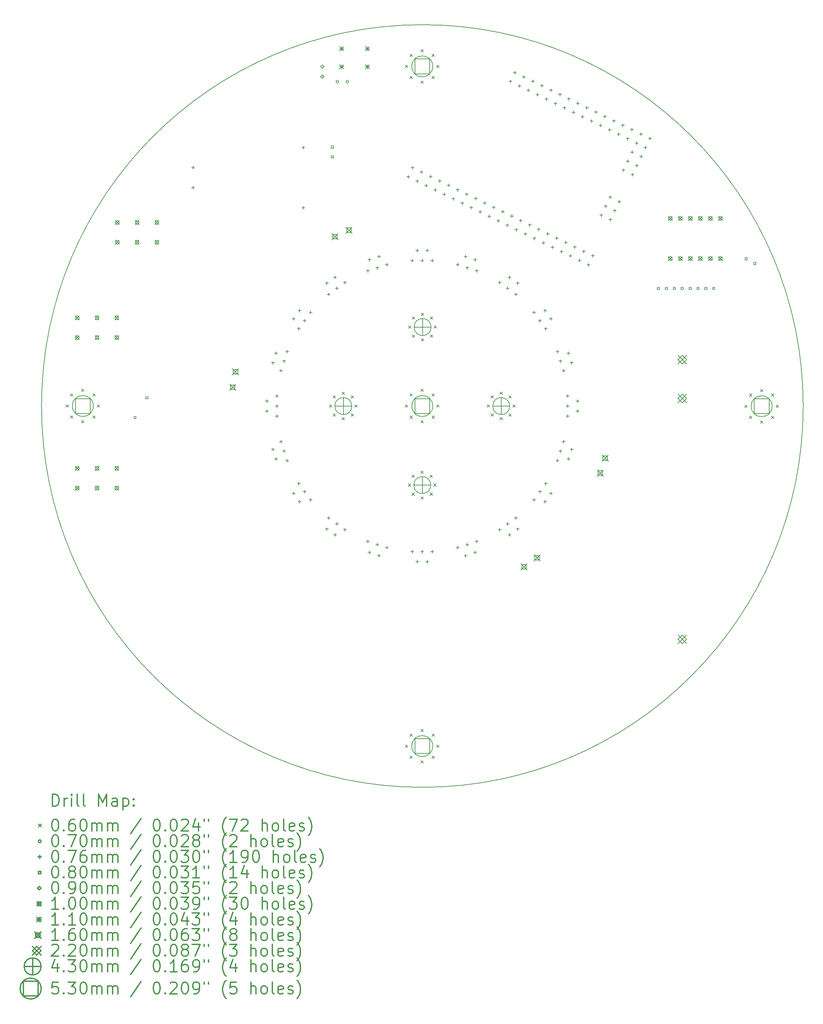
<source format=gbr>
%FSLAX45Y45*%
G04 Gerber Fmt 4.5, Leading zero omitted, Abs format (unit mm)*
G04 Created by KiCad (PCBNEW (5.0.2)-1) date 30.01.2020 15:59:32*
%MOMM*%
%LPD*%
G01*
G04 APERTURE LIST*
%ADD10C,0.200000*%
%ADD11C,0.300000*%
G04 APERTURE END LIST*
D10*
X27044500Y-16438600D02*
G75*
G03X27044500Y-16438600I-9650000J0D01*
G01*
D10*
X8364500Y-16408900D02*
X8424500Y-16468900D01*
X8424500Y-16408900D02*
X8364500Y-16468900D01*
X8480925Y-16127825D02*
X8540925Y-16187825D01*
X8540925Y-16127825D02*
X8480925Y-16187825D01*
X8480925Y-16689975D02*
X8540925Y-16749975D01*
X8540925Y-16689975D02*
X8480925Y-16749975D01*
X8762000Y-16011400D02*
X8822000Y-16071400D01*
X8822000Y-16011400D02*
X8762000Y-16071400D01*
X8762000Y-16806400D02*
X8822000Y-16866400D01*
X8822000Y-16806400D02*
X8762000Y-16866400D01*
X9043075Y-16127825D02*
X9103075Y-16187825D01*
X9103075Y-16127825D02*
X9043075Y-16187825D01*
X9043075Y-16689975D02*
X9103075Y-16749975D01*
X9103075Y-16689975D02*
X9043075Y-16749975D01*
X9159500Y-16408900D02*
X9219500Y-16468900D01*
X9219500Y-16408900D02*
X9159500Y-16468900D01*
X17040100Y-18410200D02*
X17100100Y-18470200D01*
X17100100Y-18410200D02*
X17040100Y-18470200D01*
X17134558Y-18182158D02*
X17194558Y-18242158D01*
X17194558Y-18182158D02*
X17134558Y-18242158D01*
X17134558Y-18638242D02*
X17194558Y-18698242D01*
X17194558Y-18638242D02*
X17134558Y-18698242D01*
X17362600Y-18087700D02*
X17422600Y-18147700D01*
X17422600Y-18087700D02*
X17362600Y-18147700D01*
X17362600Y-18732700D02*
X17422600Y-18792700D01*
X17422600Y-18732700D02*
X17362600Y-18792700D01*
X17590642Y-18182158D02*
X17650642Y-18242158D01*
X17650642Y-18182158D02*
X17590642Y-18242158D01*
X17590642Y-18638242D02*
X17650642Y-18698242D01*
X17650642Y-18638242D02*
X17590642Y-18698242D01*
X17685100Y-18410200D02*
X17745100Y-18470200D01*
X17745100Y-18410200D02*
X17685100Y-18470200D01*
X15040100Y-16410200D02*
X15100100Y-16470200D01*
X15100100Y-16410200D02*
X15040100Y-16470200D01*
X15134558Y-16182158D02*
X15194558Y-16242158D01*
X15194558Y-16182158D02*
X15134558Y-16242158D01*
X15134558Y-16638242D02*
X15194558Y-16698242D01*
X15194558Y-16638242D02*
X15134558Y-16698242D01*
X15362600Y-16087700D02*
X15422600Y-16147700D01*
X15422600Y-16087700D02*
X15362600Y-16147700D01*
X15362600Y-16732700D02*
X15422600Y-16792700D01*
X15422600Y-16732700D02*
X15362600Y-16792700D01*
X15590642Y-16182158D02*
X15650642Y-16242158D01*
X15650642Y-16182158D02*
X15590642Y-16242158D01*
X15590642Y-16638242D02*
X15650642Y-16698242D01*
X15650642Y-16638242D02*
X15590642Y-16698242D01*
X15685100Y-16410200D02*
X15745100Y-16470200D01*
X15745100Y-16410200D02*
X15685100Y-16470200D01*
X19040100Y-16410200D02*
X19100100Y-16470200D01*
X19100100Y-16410200D02*
X19040100Y-16470200D01*
X19134558Y-16182158D02*
X19194558Y-16242158D01*
X19194558Y-16182158D02*
X19134558Y-16242158D01*
X19134558Y-16638242D02*
X19194558Y-16698242D01*
X19194558Y-16638242D02*
X19134558Y-16698242D01*
X19362600Y-16087700D02*
X19422600Y-16147700D01*
X19422600Y-16087700D02*
X19362600Y-16147700D01*
X19362600Y-16732700D02*
X19422600Y-16792700D01*
X19422600Y-16732700D02*
X19362600Y-16792700D01*
X19590642Y-16182158D02*
X19650642Y-16242158D01*
X19650642Y-16182158D02*
X19590642Y-16242158D01*
X19590642Y-16638242D02*
X19650642Y-16698242D01*
X19650642Y-16638242D02*
X19590642Y-16698242D01*
X19685100Y-16410200D02*
X19745100Y-16470200D01*
X19745100Y-16410200D02*
X19685100Y-16470200D01*
X17048500Y-14410200D02*
X17108500Y-14470200D01*
X17108500Y-14410200D02*
X17048500Y-14470200D01*
X17142958Y-14182158D02*
X17202958Y-14242158D01*
X17202958Y-14182158D02*
X17142958Y-14242158D01*
X17142958Y-14638242D02*
X17202958Y-14698242D01*
X17202958Y-14638242D02*
X17142958Y-14698242D01*
X17371000Y-14087700D02*
X17431000Y-14147700D01*
X17431000Y-14087700D02*
X17371000Y-14147700D01*
X17371000Y-14732700D02*
X17431000Y-14792700D01*
X17431000Y-14732700D02*
X17371000Y-14792700D01*
X17599042Y-14182158D02*
X17659042Y-14242158D01*
X17659042Y-14182158D02*
X17599042Y-14242158D01*
X17599042Y-14638242D02*
X17659042Y-14698242D01*
X17659042Y-14638242D02*
X17599042Y-14698242D01*
X17693500Y-14410200D02*
X17753500Y-14470200D01*
X17753500Y-14410200D02*
X17693500Y-14470200D01*
X16965100Y-16410200D02*
X17025100Y-16470200D01*
X17025100Y-16410200D02*
X16965100Y-16470200D01*
X17081525Y-16129125D02*
X17141525Y-16189125D01*
X17141525Y-16129125D02*
X17081525Y-16189125D01*
X17081525Y-16691275D02*
X17141525Y-16751275D01*
X17141525Y-16691275D02*
X17081525Y-16751275D01*
X17362600Y-16012700D02*
X17422600Y-16072700D01*
X17422600Y-16012700D02*
X17362600Y-16072700D01*
X17362600Y-16807700D02*
X17422600Y-16867700D01*
X17422600Y-16807700D02*
X17362600Y-16867700D01*
X17643675Y-16129125D02*
X17703675Y-16189125D01*
X17703675Y-16129125D02*
X17643675Y-16189125D01*
X17643675Y-16691275D02*
X17703675Y-16751275D01*
X17703675Y-16691275D02*
X17643675Y-16751275D01*
X17760100Y-16410200D02*
X17820100Y-16470200D01*
X17820100Y-16410200D02*
X17760100Y-16470200D01*
X16964500Y-7813600D02*
X17024500Y-7873600D01*
X17024500Y-7813600D02*
X16964500Y-7873600D01*
X17080925Y-7532525D02*
X17140925Y-7592525D01*
X17140925Y-7532525D02*
X17080925Y-7592525D01*
X17080925Y-8094675D02*
X17140925Y-8154675D01*
X17140925Y-8094675D02*
X17080925Y-8154675D01*
X17362000Y-7416100D02*
X17422000Y-7476100D01*
X17422000Y-7416100D02*
X17362000Y-7476100D01*
X17362000Y-8211100D02*
X17422000Y-8271100D01*
X17422000Y-8211100D02*
X17362000Y-8271100D01*
X17643075Y-7532525D02*
X17703075Y-7592525D01*
X17703075Y-7532525D02*
X17643075Y-7592525D01*
X17643075Y-8094675D02*
X17703075Y-8154675D01*
X17703075Y-8094675D02*
X17643075Y-8154675D01*
X17759500Y-7813600D02*
X17819500Y-7873600D01*
X17819500Y-7813600D02*
X17759500Y-7873600D01*
X25564500Y-16413600D02*
X25624500Y-16473600D01*
X25624500Y-16413600D02*
X25564500Y-16473600D01*
X25680925Y-16132525D02*
X25740925Y-16192525D01*
X25740925Y-16132525D02*
X25680925Y-16192525D01*
X25680925Y-16694675D02*
X25740925Y-16754675D01*
X25740925Y-16694675D02*
X25680925Y-16754675D01*
X25962000Y-16016100D02*
X26022000Y-16076100D01*
X26022000Y-16016100D02*
X25962000Y-16076100D01*
X25962000Y-16811100D02*
X26022000Y-16871100D01*
X26022000Y-16811100D02*
X25962000Y-16871100D01*
X26243075Y-16132525D02*
X26303075Y-16192525D01*
X26303075Y-16132525D02*
X26243075Y-16192525D01*
X26243075Y-16694675D02*
X26303075Y-16754675D01*
X26303075Y-16694675D02*
X26243075Y-16754675D01*
X26359500Y-16413600D02*
X26419500Y-16473600D01*
X26419500Y-16413600D02*
X26359500Y-16473600D01*
X16964500Y-25016100D02*
X17024500Y-25076100D01*
X17024500Y-25016100D02*
X16964500Y-25076100D01*
X17080925Y-24735025D02*
X17140925Y-24795025D01*
X17140925Y-24735025D02*
X17080925Y-24795025D01*
X17080925Y-25297175D02*
X17140925Y-25357175D01*
X17140925Y-25297175D02*
X17080925Y-25357175D01*
X17362000Y-24618600D02*
X17422000Y-24678600D01*
X17422000Y-24618600D02*
X17362000Y-24678600D01*
X17362000Y-25413600D02*
X17422000Y-25473600D01*
X17422000Y-25413600D02*
X17362000Y-25473600D01*
X17643075Y-24735025D02*
X17703075Y-24795025D01*
X17703075Y-24735025D02*
X17643075Y-24795025D01*
X17643075Y-25297175D02*
X17703075Y-25357175D01*
X17703075Y-25297175D02*
X17643075Y-25357175D01*
X17759500Y-25016100D02*
X17819500Y-25076100D01*
X17819500Y-25016100D02*
X17759500Y-25076100D01*
X15275000Y-8229600D02*
G75*
G03X15275000Y-8229600I-35000J0D01*
G01*
X15529000Y-8229600D02*
G75*
G03X15529000Y-8229600I-35000J0D01*
G01*
X13455600Y-16275100D02*
X13455600Y-16351300D01*
X13417500Y-16313200D02*
X13493700Y-16313200D01*
X13455600Y-16529100D02*
X13455600Y-16605300D01*
X13417500Y-16567200D02*
X13493700Y-16567200D01*
X13609045Y-15306284D02*
X13609045Y-15382484D01*
X13570945Y-15344384D02*
X13647145Y-15344384D01*
X13609045Y-17497916D02*
X13609045Y-17574116D01*
X13570945Y-17536016D02*
X13647145Y-17536016D01*
X13687536Y-15064716D02*
X13687536Y-15140916D01*
X13649436Y-15102816D02*
X13725636Y-15102816D01*
X13687536Y-17739484D02*
X13687536Y-17815684D01*
X13649436Y-17777584D02*
X13725636Y-17777584D01*
X13709600Y-16148100D02*
X13709600Y-16224300D01*
X13671500Y-16186200D02*
X13747700Y-16186200D01*
X13709600Y-16402100D02*
X13709600Y-16478300D01*
X13671500Y-16440200D02*
X13747700Y-16440200D01*
X13709600Y-16656100D02*
X13709600Y-16732300D01*
X13671500Y-16694200D02*
X13747700Y-16694200D01*
X13811368Y-15505559D02*
X13811368Y-15581759D01*
X13773268Y-15543659D02*
X13849468Y-15543659D01*
X13811368Y-17298641D02*
X13811368Y-17374841D01*
X13773268Y-17336741D02*
X13849468Y-17336741D01*
X13889859Y-15263990D02*
X13889859Y-15340190D01*
X13851759Y-15302090D02*
X13927959Y-15302090D01*
X13889859Y-17540210D02*
X13889859Y-17616410D01*
X13851759Y-17578310D02*
X13927959Y-17578310D01*
X13968349Y-15022422D02*
X13968349Y-15098622D01*
X13930249Y-15060522D02*
X14006449Y-15060522D01*
X13968349Y-17781778D02*
X13968349Y-17857978D01*
X13930249Y-17819878D02*
X14006449Y-17819878D01*
X14132851Y-14190735D02*
X14132851Y-14266935D01*
X14094751Y-14228835D02*
X14170951Y-14228835D01*
X14132851Y-18613465D02*
X14132851Y-18689665D01*
X14094751Y-18651565D02*
X14170951Y-18651565D01*
X14263693Y-14442777D02*
X14263693Y-14518977D01*
X14225593Y-14480877D02*
X14301793Y-14480877D01*
X14263693Y-18361423D02*
X14263693Y-18437623D01*
X14225593Y-18399523D02*
X14301793Y-18399523D01*
X14282149Y-13985244D02*
X14282149Y-14061444D01*
X14244049Y-14023344D02*
X14320249Y-14023344D01*
X14282149Y-18818956D02*
X14282149Y-18895156D01*
X14244049Y-18857056D02*
X14320249Y-18857056D01*
X14412990Y-14237287D02*
X14412990Y-14313487D01*
X14374890Y-14275387D02*
X14451090Y-14275387D01*
X14412990Y-18566913D02*
X14412990Y-18643113D01*
X14374890Y-18605013D02*
X14451090Y-18605013D01*
X14562288Y-14031797D02*
X14562288Y-14107997D01*
X14524188Y-14069897D02*
X14600388Y-14069897D01*
X14562288Y-18772403D02*
X14562288Y-18848603D01*
X14524188Y-18810503D02*
X14600388Y-18810503D01*
X14975744Y-13291649D02*
X14975744Y-13367849D01*
X14937644Y-13329749D02*
X15013844Y-13329749D01*
X14975744Y-19512551D02*
X14975744Y-19588751D01*
X14937644Y-19550651D02*
X15013844Y-19550651D01*
X15022297Y-13571788D02*
X15022297Y-13647988D01*
X14984197Y-13609888D02*
X15060397Y-13609888D01*
X15022297Y-19232412D02*
X15022297Y-19308612D01*
X14984197Y-19270512D02*
X15060397Y-19270512D01*
X15181235Y-13142351D02*
X15181235Y-13218551D01*
X15143135Y-13180451D02*
X15219335Y-13180451D01*
X15181235Y-19661849D02*
X15181235Y-19738049D01*
X15143135Y-19699949D02*
X15219335Y-19699949D01*
X15227787Y-13422490D02*
X15227787Y-13498690D01*
X15189687Y-13460590D02*
X15265887Y-13460590D01*
X15227787Y-19381710D02*
X15227787Y-19457910D01*
X15189687Y-19419810D02*
X15265887Y-19419810D01*
X15433277Y-13273193D02*
X15433277Y-13349393D01*
X15395177Y-13311293D02*
X15471377Y-13311293D01*
X15433277Y-19531007D02*
X15433277Y-19607207D01*
X15395177Y-19569107D02*
X15471377Y-19569107D01*
X16012922Y-12977849D02*
X16012922Y-13054049D01*
X15974822Y-13015949D02*
X16051022Y-13015949D01*
X16012922Y-19826351D02*
X16012922Y-19902551D01*
X15974822Y-19864451D02*
X16051022Y-19864451D01*
X16055216Y-12697036D02*
X16055216Y-12773236D01*
X16017116Y-12735136D02*
X16093316Y-12735136D01*
X16055216Y-20107164D02*
X16055216Y-20183364D01*
X16017116Y-20145264D02*
X16093316Y-20145264D01*
X16254490Y-12899359D02*
X16254490Y-12975559D01*
X16216390Y-12937459D02*
X16292590Y-12937459D01*
X16254490Y-19904841D02*
X16254490Y-19981041D01*
X16216390Y-19942941D02*
X16292590Y-19942941D01*
X16296784Y-12618545D02*
X16296784Y-12694745D01*
X16258684Y-12656645D02*
X16334884Y-12656645D01*
X16296784Y-20185655D02*
X16296784Y-20261855D01*
X16258684Y-20223755D02*
X16334884Y-20223755D01*
X16496059Y-12820868D02*
X16496059Y-12897068D01*
X16457959Y-12858968D02*
X16534159Y-12858968D01*
X16496059Y-19983332D02*
X16496059Y-20059532D01*
X16457959Y-20021432D02*
X16534159Y-20021432D01*
X17138600Y-12719100D02*
X17138600Y-12795300D01*
X17100500Y-12757200D02*
X17176700Y-12757200D01*
X17138600Y-20085100D02*
X17138600Y-20161300D01*
X17100500Y-20123200D02*
X17176700Y-20123200D01*
X17265600Y-12465100D02*
X17265600Y-12541300D01*
X17227500Y-12503200D02*
X17303700Y-12503200D01*
X17265600Y-20339100D02*
X17265600Y-20415300D01*
X17227500Y-20377200D02*
X17303700Y-20377200D01*
X17392600Y-12719100D02*
X17392600Y-12795300D01*
X17354500Y-12757200D02*
X17430700Y-12757200D01*
X17392600Y-20085100D02*
X17392600Y-20161300D01*
X17354500Y-20123200D02*
X17430700Y-20123200D01*
X17519600Y-12465100D02*
X17519600Y-12541300D01*
X17481500Y-12503200D02*
X17557700Y-12503200D01*
X17519600Y-20339100D02*
X17519600Y-20415300D01*
X17481500Y-20377200D02*
X17557700Y-20377200D01*
X17646600Y-12719100D02*
X17646600Y-12795300D01*
X17608500Y-12757200D02*
X17684700Y-12757200D01*
X17646600Y-20085100D02*
X17646600Y-20161300D01*
X17608500Y-20123200D02*
X17684700Y-20123200D01*
X18289141Y-12820868D02*
X18289141Y-12897068D01*
X18251041Y-12858968D02*
X18327241Y-12858968D01*
X18289141Y-19983332D02*
X18289141Y-20059532D01*
X18251041Y-20021432D02*
X18327241Y-20021432D01*
X18488416Y-12618545D02*
X18488416Y-12694745D01*
X18450316Y-12656645D02*
X18526516Y-12656645D01*
X18488416Y-20185655D02*
X18488416Y-20261855D01*
X18450316Y-20223755D02*
X18526516Y-20223755D01*
X18530710Y-12899359D02*
X18530710Y-12975559D01*
X18492610Y-12937459D02*
X18568810Y-12937459D01*
X18530710Y-19904841D02*
X18530710Y-19981041D01*
X18492610Y-19942941D02*
X18568810Y-19942941D01*
X18729984Y-12697036D02*
X18729984Y-12773236D01*
X18691884Y-12735136D02*
X18768084Y-12735136D01*
X18729984Y-20107164D02*
X18729984Y-20183364D01*
X18691884Y-20145264D02*
X18768084Y-20145264D01*
X18772278Y-12977849D02*
X18772278Y-13054049D01*
X18734178Y-13015949D02*
X18810378Y-13015949D01*
X18772278Y-19826351D02*
X18772278Y-19902551D01*
X18734178Y-19864451D02*
X18810378Y-19864451D01*
X19351923Y-13273193D02*
X19351923Y-13349393D01*
X19313823Y-13311293D02*
X19390023Y-13311293D01*
X19351923Y-19531007D02*
X19351923Y-19607207D01*
X19313823Y-19569107D02*
X19390023Y-19569107D01*
X19557413Y-13422490D02*
X19557413Y-13498690D01*
X19519313Y-13460590D02*
X19595513Y-13460590D01*
X19557413Y-19381710D02*
X19557413Y-19457910D01*
X19519313Y-19419810D02*
X19595513Y-19419810D01*
X19603965Y-13142351D02*
X19603965Y-13218551D01*
X19565865Y-13180451D02*
X19642065Y-13180451D01*
X19603965Y-19661849D02*
X19603965Y-19738049D01*
X19565865Y-19699949D02*
X19642065Y-19699949D01*
X19762903Y-13571788D02*
X19762903Y-13647988D01*
X19724803Y-13609888D02*
X19801003Y-13609888D01*
X19762903Y-19232412D02*
X19762903Y-19308612D01*
X19724803Y-19270512D02*
X19801003Y-19270512D01*
X19809456Y-13291649D02*
X19809456Y-13367849D01*
X19771356Y-13329749D02*
X19847556Y-13329749D01*
X19809456Y-19512551D02*
X19809456Y-19588751D01*
X19771356Y-19550651D02*
X19847556Y-19550651D01*
X20222912Y-14031797D02*
X20222912Y-14107997D01*
X20184812Y-14069897D02*
X20261012Y-14069897D01*
X20222912Y-18772403D02*
X20222912Y-18848603D01*
X20184812Y-18810503D02*
X20261012Y-18810503D01*
X20372210Y-14237287D02*
X20372210Y-14313487D01*
X20334110Y-14275387D02*
X20410310Y-14275387D01*
X20372210Y-18566913D02*
X20372210Y-18643113D01*
X20334110Y-18605013D02*
X20410310Y-18605013D01*
X20503051Y-13985244D02*
X20503051Y-14061444D01*
X20464951Y-14023344D02*
X20541151Y-14023344D01*
X20503051Y-18818956D02*
X20503051Y-18895156D01*
X20464951Y-18857056D02*
X20541151Y-18857056D01*
X20521507Y-14442777D02*
X20521507Y-14518977D01*
X20483407Y-14480877D02*
X20559607Y-14480877D01*
X20521507Y-18361423D02*
X20521507Y-18437623D01*
X20483407Y-18399523D02*
X20559607Y-18399523D01*
X20652349Y-14190735D02*
X20652349Y-14266935D01*
X20614249Y-14228835D02*
X20690449Y-14228835D01*
X20652349Y-18613465D02*
X20652349Y-18689665D01*
X20614249Y-18651565D02*
X20690449Y-18651565D01*
X20816851Y-15022422D02*
X20816851Y-15098622D01*
X20778751Y-15060522D02*
X20854951Y-15060522D01*
X20816851Y-17781778D02*
X20816851Y-17857978D01*
X20778751Y-17819878D02*
X20854951Y-17819878D01*
X20895341Y-15263990D02*
X20895341Y-15340190D01*
X20857241Y-15302090D02*
X20933441Y-15302090D01*
X20895341Y-17540210D02*
X20895341Y-17616410D01*
X20857241Y-17578310D02*
X20933441Y-17578310D01*
X20973832Y-15505559D02*
X20973832Y-15581759D01*
X20935732Y-15543659D02*
X21011932Y-15543659D01*
X20973832Y-17298641D02*
X20973832Y-17374841D01*
X20935732Y-17336741D02*
X21011932Y-17336741D01*
X21075600Y-16148100D02*
X21075600Y-16224300D01*
X21037500Y-16186200D02*
X21113700Y-16186200D01*
X21075600Y-16402100D02*
X21075600Y-16478300D01*
X21037500Y-16440200D02*
X21113700Y-16440200D01*
X21075600Y-16656100D02*
X21075600Y-16732300D01*
X21037500Y-16694200D02*
X21113700Y-16694200D01*
X21097664Y-15064716D02*
X21097664Y-15140916D01*
X21059564Y-15102816D02*
X21135764Y-15102816D01*
X21097664Y-17739484D02*
X21097664Y-17815684D01*
X21059564Y-17777584D02*
X21135764Y-17777584D01*
X21176155Y-15306284D02*
X21176155Y-15382484D01*
X21138055Y-15344384D02*
X21214255Y-15344384D01*
X21176155Y-17497916D02*
X21176155Y-17574116D01*
X21138055Y-17536016D02*
X21214255Y-17536016D01*
X21329600Y-16275100D02*
X21329600Y-16351300D01*
X21291500Y-16313200D02*
X21367700Y-16313200D01*
X21329600Y-16529100D02*
X21329600Y-16605300D01*
X21291500Y-16567200D02*
X21367700Y-16567200D01*
X11582400Y-10363200D02*
X11582400Y-10439400D01*
X11544300Y-10401300D02*
X11620500Y-10401300D01*
X11582400Y-10871200D02*
X11582400Y-10947400D01*
X11544300Y-10909300D02*
X11620500Y-10909300D01*
X14376400Y-9855200D02*
X14376400Y-9931400D01*
X14338300Y-9893300D02*
X14414500Y-9893300D01*
X14376400Y-11379200D02*
X14376400Y-11455400D01*
X14338300Y-11417300D02*
X14414500Y-11417300D01*
X17036986Y-10597799D02*
X17036986Y-10673999D01*
X16998886Y-10635899D02*
X17075086Y-10635899D01*
X17148332Y-10369506D02*
X17148332Y-10445706D01*
X17110232Y-10407606D02*
X17186432Y-10407606D01*
X17265279Y-10709146D02*
X17265279Y-10785346D01*
X17227179Y-10747246D02*
X17303379Y-10747246D01*
X17376626Y-10480852D02*
X17376626Y-10557052D01*
X17338526Y-10518952D02*
X17414726Y-10518952D01*
X17493573Y-10820492D02*
X17493573Y-10896692D01*
X17455473Y-10858592D02*
X17531673Y-10858592D01*
X17604919Y-10592198D02*
X17604919Y-10668398D01*
X17566819Y-10630298D02*
X17643019Y-10630298D01*
X17721867Y-10931838D02*
X17721867Y-11008038D01*
X17683767Y-10969938D02*
X17759967Y-10969938D01*
X17833213Y-10703545D02*
X17833213Y-10779745D01*
X17795113Y-10741645D02*
X17871313Y-10741645D01*
X17950160Y-11043185D02*
X17950160Y-11119385D01*
X17912060Y-11081285D02*
X17988260Y-11081285D01*
X18061507Y-10814891D02*
X18061507Y-10891091D01*
X18023407Y-10852991D02*
X18099607Y-10852991D01*
X18178454Y-11154531D02*
X18178454Y-11230731D01*
X18140354Y-11192631D02*
X18216554Y-11192631D01*
X18289800Y-10926237D02*
X18289800Y-11002437D01*
X18251700Y-10964337D02*
X18327900Y-10964337D01*
X18406748Y-11265877D02*
X18406748Y-11342077D01*
X18368648Y-11303977D02*
X18444848Y-11303977D01*
X18518094Y-11037583D02*
X18518094Y-11113783D01*
X18479994Y-11075683D02*
X18556194Y-11075683D01*
X18635041Y-11377223D02*
X18635041Y-11453423D01*
X18596941Y-11415323D02*
X18673141Y-11415323D01*
X18746388Y-11148930D02*
X18746388Y-11225130D01*
X18708288Y-11187030D02*
X18784488Y-11187030D01*
X18863335Y-11488570D02*
X18863335Y-11564770D01*
X18825235Y-11526670D02*
X18901435Y-11526670D01*
X18974681Y-11260276D02*
X18974681Y-11336476D01*
X18936581Y-11298376D02*
X19012781Y-11298376D01*
X19091629Y-11599916D02*
X19091629Y-11676116D01*
X19053529Y-11638016D02*
X19129729Y-11638016D01*
X19202975Y-11371622D02*
X19202975Y-11447822D01*
X19164875Y-11409722D02*
X19241075Y-11409722D01*
X19319922Y-11711262D02*
X19319922Y-11787462D01*
X19281822Y-11749362D02*
X19358022Y-11749362D01*
X19431269Y-11482968D02*
X19431269Y-11559168D01*
X19393169Y-11521068D02*
X19469369Y-11521068D01*
X19548216Y-11822608D02*
X19548216Y-11898808D01*
X19510116Y-11860708D02*
X19586316Y-11860708D01*
X19625956Y-8186713D02*
X19625956Y-8262913D01*
X19587856Y-8224813D02*
X19664056Y-8224813D01*
X19659562Y-11594315D02*
X19659562Y-11670515D01*
X19621462Y-11632415D02*
X19697662Y-11632415D01*
X19737302Y-7958419D02*
X19737302Y-8034619D01*
X19699202Y-7996519D02*
X19775402Y-7996519D01*
X19776510Y-11933955D02*
X19776510Y-12010155D01*
X19738410Y-11972055D02*
X19814610Y-11972055D01*
X19854249Y-8298059D02*
X19854249Y-8374259D01*
X19816149Y-8336159D02*
X19892349Y-8336159D01*
X19887856Y-11705661D02*
X19887856Y-11781861D01*
X19849756Y-11743761D02*
X19925956Y-11743761D01*
X19965595Y-8069765D02*
X19965595Y-8145965D01*
X19927495Y-8107865D02*
X20003695Y-8107865D01*
X20004803Y-12045301D02*
X20004803Y-12121501D01*
X19966703Y-12083401D02*
X20042903Y-12083401D01*
X20082543Y-8409405D02*
X20082543Y-8485605D01*
X20044443Y-8447505D02*
X20120643Y-8447505D01*
X20116150Y-11817007D02*
X20116150Y-11893207D01*
X20078050Y-11855107D02*
X20154250Y-11855107D01*
X20193889Y-8181112D02*
X20193889Y-8257312D01*
X20155789Y-8219212D02*
X20231989Y-8219212D01*
X20233097Y-12156647D02*
X20233097Y-12232847D01*
X20194997Y-12194747D02*
X20271197Y-12194747D01*
X20310837Y-8520752D02*
X20310837Y-8596952D01*
X20272737Y-8558852D02*
X20348937Y-8558852D01*
X20344443Y-11928353D02*
X20344443Y-12004553D01*
X20306343Y-11966453D02*
X20382543Y-11966453D01*
X20422183Y-8292458D02*
X20422183Y-8368658D01*
X20384083Y-8330558D02*
X20460283Y-8330558D01*
X20461391Y-12267993D02*
X20461391Y-12344193D01*
X20423291Y-12306093D02*
X20499491Y-12306093D01*
X20539130Y-8632098D02*
X20539130Y-8708298D01*
X20501030Y-8670198D02*
X20577230Y-8670198D01*
X20572737Y-12039700D02*
X20572737Y-12115900D01*
X20534637Y-12077800D02*
X20610837Y-12077800D01*
X20650477Y-8403804D02*
X20650477Y-8480004D01*
X20612377Y-8441904D02*
X20688577Y-8441904D01*
X20689685Y-12379340D02*
X20689685Y-12455540D01*
X20651585Y-12417440D02*
X20727785Y-12417440D01*
X20767424Y-8743444D02*
X20767424Y-8819644D01*
X20729324Y-8781544D02*
X20805524Y-8781544D01*
X20801031Y-12151046D02*
X20801031Y-12227246D01*
X20762931Y-12189146D02*
X20839131Y-12189146D01*
X20878770Y-8515151D02*
X20878770Y-8591351D01*
X20840670Y-8553251D02*
X20916870Y-8553251D01*
X20917978Y-12490686D02*
X20917978Y-12566886D01*
X20879878Y-12528786D02*
X20956078Y-12528786D01*
X20995718Y-8854791D02*
X20995718Y-8930991D01*
X20957618Y-8892891D02*
X21033818Y-8892891D01*
X21029325Y-12262392D02*
X21029325Y-12338592D01*
X20991225Y-12300492D02*
X21067425Y-12300492D01*
X21107064Y-8626497D02*
X21107064Y-8702697D01*
X21068964Y-8664597D02*
X21145164Y-8664597D01*
X21146272Y-12602032D02*
X21146272Y-12678232D01*
X21108172Y-12640132D02*
X21184372Y-12640132D01*
X21224011Y-8966137D02*
X21224011Y-9042337D01*
X21185911Y-9004237D02*
X21262111Y-9004237D01*
X21257618Y-12373739D02*
X21257618Y-12449939D01*
X21219518Y-12411839D02*
X21295718Y-12411839D01*
X21335358Y-8737843D02*
X21335358Y-8814043D01*
X21297258Y-8775943D02*
X21373458Y-8775943D01*
X21374566Y-12713379D02*
X21374566Y-12789579D01*
X21336466Y-12751479D02*
X21412666Y-12751479D01*
X21452305Y-9077483D02*
X21452305Y-9153683D01*
X21414205Y-9115583D02*
X21490405Y-9115583D01*
X21485912Y-12485085D02*
X21485912Y-12561285D01*
X21447812Y-12523185D02*
X21524012Y-12523185D01*
X21563651Y-8849189D02*
X21563651Y-8925389D01*
X21525551Y-8887289D02*
X21601751Y-8887289D01*
X21602859Y-12824725D02*
X21602859Y-12900925D01*
X21564759Y-12862825D02*
X21640959Y-12862825D01*
X21680599Y-9188829D02*
X21680599Y-9265029D01*
X21642499Y-9226929D02*
X21718699Y-9226929D01*
X21714206Y-12596431D02*
X21714206Y-12672631D01*
X21676106Y-12634531D02*
X21752306Y-12634531D01*
X21791945Y-8960536D02*
X21791945Y-9036736D01*
X21753845Y-8998636D02*
X21830045Y-8998636D01*
X21908892Y-9300176D02*
X21908892Y-9376376D01*
X21870792Y-9338276D02*
X21946992Y-9338276D01*
X21931297Y-11571910D02*
X21931297Y-11648110D01*
X21893197Y-11610010D02*
X21969397Y-11610010D01*
X22020239Y-9071882D02*
X22020239Y-9148082D01*
X21982139Y-9109982D02*
X22058339Y-9109982D01*
X22042643Y-11343616D02*
X22042643Y-11419816D01*
X22004543Y-11381716D02*
X22080743Y-11381716D01*
X22137186Y-9411522D02*
X22137186Y-9487722D01*
X22099086Y-9449622D02*
X22175286Y-9449622D01*
X22153990Y-11115323D02*
X22153990Y-11191523D01*
X22115890Y-11153423D02*
X22192090Y-11153423D01*
X22159591Y-11683256D02*
X22159591Y-11759456D01*
X22121491Y-11721356D02*
X22197691Y-11721356D01*
X22248532Y-9183228D02*
X22248532Y-9259428D01*
X22210432Y-9221328D02*
X22286632Y-9221328D01*
X22270937Y-11454963D02*
X22270937Y-11531163D01*
X22232837Y-11493063D02*
X22309037Y-11493063D01*
X22365480Y-9522868D02*
X22365480Y-9599068D01*
X22327380Y-9560968D02*
X22403580Y-9560968D01*
X22382283Y-11226669D02*
X22382283Y-11302869D01*
X22344183Y-11264769D02*
X22420383Y-11264769D01*
X22476826Y-9294574D02*
X22476826Y-9370774D01*
X22438726Y-9332674D02*
X22514926Y-9332674D01*
X22488028Y-10430442D02*
X22488028Y-10506642D01*
X22449928Y-10468542D02*
X22526128Y-10468542D01*
X22593773Y-9634214D02*
X22593773Y-9710414D01*
X22555673Y-9672314D02*
X22631873Y-9672314D01*
X22599374Y-10202148D02*
X22599374Y-10278348D01*
X22561274Y-10240248D02*
X22637474Y-10240248D01*
X22705120Y-9405921D02*
X22705120Y-9482121D01*
X22667020Y-9444021D02*
X22743220Y-9444021D01*
X22710721Y-9973854D02*
X22710721Y-10050054D01*
X22672621Y-10011954D02*
X22748821Y-10011954D01*
X22716322Y-10541788D02*
X22716322Y-10617988D01*
X22678222Y-10579888D02*
X22754422Y-10579888D01*
X22822067Y-9745561D02*
X22822067Y-9821761D01*
X22783967Y-9783661D02*
X22860167Y-9783661D01*
X22827668Y-10313494D02*
X22827668Y-10389694D01*
X22789568Y-10351594D02*
X22865768Y-10351594D01*
X22933413Y-9517267D02*
X22933413Y-9593467D01*
X22895313Y-9555367D02*
X22971513Y-9555367D01*
X22939014Y-10085201D02*
X22939014Y-10161401D01*
X22900914Y-10123301D02*
X22977114Y-10123301D01*
X23050361Y-9856907D02*
X23050361Y-9933107D01*
X23012261Y-9895007D02*
X23088461Y-9895007D01*
X23161707Y-9628613D02*
X23161707Y-9704813D01*
X23123607Y-9666713D02*
X23199807Y-9666713D01*
X15141284Y-9912885D02*
X15141284Y-9856316D01*
X15084715Y-9856316D01*
X15084715Y-9912885D01*
X15141284Y-9912885D01*
X15141284Y-10162885D02*
X15141284Y-10106316D01*
X15084715Y-10106316D01*
X15084715Y-10162885D01*
X15141284Y-10162885D01*
X25627430Y-12737882D02*
X25627430Y-12681313D01*
X25570861Y-12681313D01*
X25570861Y-12737882D01*
X25627430Y-12737882D01*
X25846084Y-12859084D02*
X25846084Y-12802515D01*
X25789515Y-12802515D01*
X25789515Y-12859084D01*
X25846084Y-12859084D01*
X23407084Y-13490085D02*
X23407084Y-13433516D01*
X23350515Y-13433516D01*
X23350515Y-13490085D01*
X23407084Y-13490085D01*
X23607084Y-13490084D02*
X23607084Y-13433515D01*
X23550515Y-13433515D01*
X23550515Y-13490084D01*
X23607084Y-13490084D01*
X23807084Y-13490084D02*
X23807084Y-13433515D01*
X23750515Y-13433515D01*
X23750515Y-13490084D01*
X23807084Y-13490084D01*
X24007085Y-13490084D02*
X24007085Y-13433515D01*
X23950516Y-13433515D01*
X23950516Y-13490084D01*
X24007085Y-13490084D01*
X24207084Y-13490085D02*
X24207084Y-13433516D01*
X24150515Y-13433516D01*
X24150515Y-13490085D01*
X24207084Y-13490085D01*
X24407084Y-13490085D02*
X24407084Y-13433516D01*
X24350515Y-13433516D01*
X24350515Y-13490085D01*
X24407084Y-13490085D01*
X24607084Y-13490084D02*
X24607084Y-13433515D01*
X24550515Y-13433515D01*
X24550515Y-13490084D01*
X24607084Y-13490084D01*
X24807084Y-13490084D02*
X24807084Y-13433515D01*
X24750515Y-13433515D01*
X24750515Y-13490084D01*
X24807084Y-13490084D01*
X10142285Y-16758884D02*
X10142285Y-16702315D01*
X10085716Y-16702315D01*
X10085716Y-16758884D01*
X10142285Y-16758884D01*
X10442285Y-16258884D02*
X10442285Y-16202315D01*
X10385716Y-16202315D01*
X10385716Y-16258884D01*
X10442285Y-16258884D01*
X14859000Y-7893600D02*
X14904000Y-7848600D01*
X14859000Y-7803600D01*
X14814000Y-7848600D01*
X14859000Y-7893600D01*
X14859000Y-8147600D02*
X14904000Y-8102600D01*
X14859000Y-8057600D01*
X14814000Y-8102600D01*
X14859000Y-8147600D01*
X23629100Y-11639100D02*
X23729100Y-11739100D01*
X23729100Y-11639100D02*
X23629100Y-11739100D01*
X23729100Y-11689100D02*
G75*
G03X23729100Y-11689100I-50000J0D01*
G01*
X23883100Y-11639100D02*
X23983100Y-11739100D01*
X23983100Y-11639100D02*
X23883100Y-11739100D01*
X23983100Y-11689100D02*
G75*
G03X23983100Y-11689100I-50000J0D01*
G01*
X24137100Y-11639100D02*
X24237100Y-11739100D01*
X24237100Y-11639100D02*
X24137100Y-11739100D01*
X24237100Y-11689100D02*
G75*
G03X24237100Y-11689100I-50000J0D01*
G01*
X24391100Y-11639100D02*
X24491100Y-11739100D01*
X24491100Y-11639100D02*
X24391100Y-11739100D01*
X24491100Y-11689100D02*
G75*
G03X24491100Y-11689100I-50000J0D01*
G01*
X24645100Y-11639100D02*
X24745100Y-11739100D01*
X24745100Y-11639100D02*
X24645100Y-11739100D01*
X24745100Y-11689100D02*
G75*
G03X24745100Y-11689100I-50000J0D01*
G01*
X24899100Y-11639100D02*
X24999100Y-11739100D01*
X24999100Y-11639100D02*
X24899100Y-11739100D01*
X24999100Y-11689100D02*
G75*
G03X24999100Y-11689100I-50000J0D01*
G01*
X8602000Y-14156600D02*
X8702000Y-14256600D01*
X8702000Y-14156600D02*
X8602000Y-14256600D01*
X8702000Y-14206600D02*
G75*
G03X8702000Y-14206600I-50000J0D01*
G01*
X8602000Y-14656600D02*
X8702000Y-14756600D01*
X8702000Y-14656600D02*
X8602000Y-14756600D01*
X8702000Y-14706600D02*
G75*
G03X8702000Y-14706600I-50000J0D01*
G01*
X9102000Y-14156600D02*
X9202000Y-14256600D01*
X9202000Y-14156600D02*
X9102000Y-14256600D01*
X9202000Y-14206600D02*
G75*
G03X9202000Y-14206600I-50000J0D01*
G01*
X9102000Y-14656600D02*
X9202000Y-14756600D01*
X9202000Y-14656600D02*
X9102000Y-14756600D01*
X9202000Y-14706600D02*
G75*
G03X9202000Y-14706600I-50000J0D01*
G01*
X9602000Y-14156600D02*
X9702000Y-14256600D01*
X9702000Y-14156600D02*
X9602000Y-14256600D01*
X9702000Y-14206600D02*
G75*
G03X9702000Y-14206600I-50000J0D01*
G01*
X9602000Y-14656600D02*
X9702000Y-14756600D01*
X9702000Y-14656600D02*
X9602000Y-14756600D01*
X9702000Y-14706600D02*
G75*
G03X9702000Y-14706600I-50000J0D01*
G01*
X8602000Y-17966600D02*
X8702000Y-18066600D01*
X8702000Y-17966600D02*
X8602000Y-18066600D01*
X8702000Y-18016600D02*
G75*
G03X8702000Y-18016600I-50000J0D01*
G01*
X8602000Y-18466600D02*
X8702000Y-18566600D01*
X8702000Y-18466600D02*
X8602000Y-18566600D01*
X8702000Y-18516600D02*
G75*
G03X8702000Y-18516600I-50000J0D01*
G01*
X9102000Y-17966600D02*
X9202000Y-18066600D01*
X9202000Y-17966600D02*
X9102000Y-18066600D01*
X9202000Y-18016600D02*
G75*
G03X9202000Y-18016600I-50000J0D01*
G01*
X9102000Y-18466600D02*
X9202000Y-18566600D01*
X9202000Y-18466600D02*
X9102000Y-18566600D01*
X9202000Y-18516600D02*
G75*
G03X9202000Y-18516600I-50000J0D01*
G01*
X9602000Y-17966600D02*
X9702000Y-18066600D01*
X9702000Y-17966600D02*
X9602000Y-18066600D01*
X9702000Y-18016600D02*
G75*
G03X9702000Y-18016600I-50000J0D01*
G01*
X9602000Y-18466600D02*
X9702000Y-18566600D01*
X9702000Y-18466600D02*
X9602000Y-18566600D01*
X9702000Y-18516600D02*
G75*
G03X9702000Y-18516600I-50000J0D01*
G01*
X23629100Y-12655100D02*
X23729100Y-12755100D01*
X23729100Y-12655100D02*
X23629100Y-12755100D01*
X23729100Y-12705100D02*
G75*
G03X23729100Y-12705100I-50000J0D01*
G01*
X23883100Y-12655100D02*
X23983100Y-12755100D01*
X23983100Y-12655100D02*
X23883100Y-12755100D01*
X23983100Y-12705100D02*
G75*
G03X23983100Y-12705100I-50000J0D01*
G01*
X24137100Y-12655100D02*
X24237100Y-12755100D01*
X24237100Y-12655100D02*
X24137100Y-12755100D01*
X24237100Y-12705100D02*
G75*
G03X24237100Y-12705100I-50000J0D01*
G01*
X24391100Y-12655100D02*
X24491100Y-12755100D01*
X24491100Y-12655100D02*
X24391100Y-12755100D01*
X24491100Y-12705100D02*
G75*
G03X24491100Y-12705100I-50000J0D01*
G01*
X24645100Y-12655100D02*
X24745100Y-12755100D01*
X24745100Y-12655100D02*
X24645100Y-12755100D01*
X24745100Y-12705100D02*
G75*
G03X24745100Y-12705100I-50000J0D01*
G01*
X24899100Y-12655100D02*
X24999100Y-12755100D01*
X24999100Y-12655100D02*
X24899100Y-12755100D01*
X24999100Y-12705100D02*
G75*
G03X24999100Y-12705100I-50000J0D01*
G01*
X9618000Y-11743600D02*
X9718000Y-11843600D01*
X9718000Y-11743600D02*
X9618000Y-11843600D01*
X9718000Y-11793600D02*
G75*
G03X9718000Y-11793600I-50000J0D01*
G01*
X9618000Y-12243600D02*
X9718000Y-12343600D01*
X9718000Y-12243600D02*
X9618000Y-12343600D01*
X9718000Y-12293600D02*
G75*
G03X9718000Y-12293600I-50000J0D01*
G01*
X10118000Y-11743600D02*
X10218000Y-11843600D01*
X10218000Y-11743600D02*
X10118000Y-11843600D01*
X10218000Y-11793600D02*
G75*
G03X10218000Y-11793600I-50000J0D01*
G01*
X10118000Y-12243600D02*
X10218000Y-12343600D01*
X10218000Y-12243600D02*
X10118000Y-12343600D01*
X10218000Y-12293600D02*
G75*
G03X10218000Y-12293600I-50000J0D01*
G01*
X10618000Y-11743600D02*
X10718000Y-11843600D01*
X10718000Y-11743600D02*
X10618000Y-11843600D01*
X10718000Y-11793600D02*
G75*
G03X10718000Y-11793600I-50000J0D01*
G01*
X10618000Y-12243600D02*
X10718000Y-12343600D01*
X10718000Y-12243600D02*
X10618000Y-12343600D01*
X10718000Y-12293600D02*
G75*
G03X10718000Y-12293600I-50000J0D01*
G01*
X15297000Y-7343600D02*
X15407000Y-7453600D01*
X15407000Y-7343600D02*
X15297000Y-7453600D01*
X15352000Y-7343600D02*
X15352000Y-7453600D01*
X15297000Y-7398600D02*
X15407000Y-7398600D01*
X15297000Y-7793600D02*
X15407000Y-7903600D01*
X15407000Y-7793600D02*
X15297000Y-7903600D01*
X15352000Y-7793600D02*
X15352000Y-7903600D01*
X15297000Y-7848600D02*
X15407000Y-7848600D01*
X15947000Y-7343600D02*
X16057000Y-7453600D01*
X16057000Y-7343600D02*
X15947000Y-7453600D01*
X16002000Y-7343600D02*
X16002000Y-7453600D01*
X15947000Y-7398600D02*
X16057000Y-7398600D01*
X15947000Y-7793600D02*
X16057000Y-7903600D01*
X16057000Y-7793600D02*
X15947000Y-7903600D01*
X16002000Y-7793600D02*
X16002000Y-7903600D01*
X15947000Y-7848600D02*
X16057000Y-7848600D01*
X15099502Y-12076157D02*
X15259502Y-12236157D01*
X15259502Y-12076157D02*
X15099502Y-12236157D01*
X15236071Y-12212726D02*
X15236071Y-12099588D01*
X15122933Y-12099588D01*
X15122933Y-12212726D01*
X15236071Y-12212726D01*
X15458400Y-11908800D02*
X15618400Y-12068800D01*
X15618400Y-11908800D02*
X15458400Y-12068800D01*
X15594969Y-12045369D02*
X15594969Y-11932231D01*
X15481831Y-11932231D01*
X15481831Y-12045369D01*
X15594969Y-12045369D01*
X12512235Y-15883584D02*
X12672235Y-16043584D01*
X12672235Y-15883584D02*
X12512235Y-16043584D01*
X12648804Y-16020153D02*
X12648804Y-15907015D01*
X12535666Y-15907015D01*
X12535666Y-16020153D01*
X12648804Y-16020153D01*
X12581000Y-15493600D02*
X12741000Y-15653600D01*
X12741000Y-15493600D02*
X12581000Y-15653600D01*
X12717569Y-15630169D02*
X12717569Y-15517031D01*
X12604431Y-15517031D01*
X12604431Y-15630169D01*
X12717569Y-15630169D01*
X19895000Y-20427600D02*
X20055000Y-20587600D01*
X20055000Y-20427600D02*
X19895000Y-20587600D01*
X20031569Y-20564169D02*
X20031569Y-20451031D01*
X19918431Y-20451031D01*
X19918431Y-20564169D01*
X20031569Y-20564169D01*
X20219384Y-20200464D02*
X20379384Y-20360464D01*
X20379384Y-20200464D02*
X20219384Y-20360464D01*
X20355953Y-20337033D02*
X20355953Y-20223895D01*
X20242815Y-20223895D01*
X20242815Y-20337033D01*
X20355953Y-20337033D01*
X21825000Y-18055600D02*
X21985000Y-18215600D01*
X21985000Y-18055600D02*
X21825000Y-18215600D01*
X21961569Y-18192169D02*
X21961569Y-18079031D01*
X21848431Y-18079031D01*
X21848431Y-18192169D01*
X21961569Y-18192169D01*
X21947371Y-17678982D02*
X22107371Y-17838982D01*
X22107371Y-17678982D02*
X21947371Y-17838982D01*
X22083940Y-17815551D02*
X22083940Y-17702413D01*
X21970802Y-17702413D01*
X21970802Y-17815551D01*
X22083940Y-17815551D01*
X23867600Y-16133600D02*
X24087600Y-16353600D01*
X24087600Y-16133600D02*
X23867600Y-16353600D01*
X23977600Y-16353600D02*
X24087600Y-16243600D01*
X23977600Y-16133600D01*
X23867600Y-16243600D01*
X23977600Y-16353600D01*
X23867600Y-15157900D02*
X24087600Y-15377900D01*
X24087600Y-15157900D02*
X23867600Y-15377900D01*
X23977600Y-15377900D02*
X24087600Y-15267900D01*
X23977600Y-15157900D01*
X23867600Y-15267900D01*
X23977600Y-15377900D01*
X23867600Y-22233600D02*
X24087600Y-22453600D01*
X24087600Y-22233600D02*
X23867600Y-22453600D01*
X23977600Y-22453600D02*
X24087600Y-22343600D01*
X23977600Y-22233600D01*
X23867600Y-22343600D01*
X23977600Y-22453600D01*
X17392600Y-18225200D02*
X17392600Y-18655200D01*
X17177600Y-18440200D02*
X17607600Y-18440200D01*
X17607600Y-18440200D02*
G75*
G03X17607600Y-18440200I-215000J0D01*
G01*
X15392600Y-16225200D02*
X15392600Y-16655200D01*
X15177600Y-16440200D02*
X15607600Y-16440200D01*
X15607600Y-16440200D02*
G75*
G03X15607600Y-16440200I-215000J0D01*
G01*
X19392600Y-16225200D02*
X19392600Y-16655200D01*
X19177600Y-16440200D02*
X19607600Y-16440200D01*
X19607600Y-16440200D02*
G75*
G03X19607600Y-16440200I-215000J0D01*
G01*
X17401000Y-14225200D02*
X17401000Y-14655200D01*
X17186000Y-14440200D02*
X17616000Y-14440200D01*
X17616000Y-14440200D02*
G75*
G03X17616000Y-14440200I-215000J0D01*
G01*
X17579385Y-8030985D02*
X17579385Y-7656215D01*
X17204615Y-7656215D01*
X17204615Y-8030985D01*
X17579385Y-8030985D01*
X17657000Y-7843600D02*
G75*
G03X17657000Y-7843600I-265000J0D01*
G01*
X17579385Y-25233485D02*
X17579385Y-24858715D01*
X17204615Y-24858715D01*
X17204615Y-25233485D01*
X17579385Y-25233485D01*
X17657000Y-25046100D02*
G75*
G03X17657000Y-25046100I-265000J0D01*
G01*
X8979385Y-16626285D02*
X8979385Y-16251515D01*
X8604615Y-16251515D01*
X8604615Y-16626285D01*
X8979385Y-16626285D01*
X9057000Y-16438900D02*
G75*
G03X9057000Y-16438900I-265000J0D01*
G01*
X17579985Y-16627585D02*
X17579985Y-16252815D01*
X17205215Y-16252815D01*
X17205215Y-16627585D01*
X17579985Y-16627585D01*
X17657600Y-16440200D02*
G75*
G03X17657600Y-16440200I-265000J0D01*
G01*
X26179385Y-16630985D02*
X26179385Y-16256215D01*
X25804615Y-16256215D01*
X25804615Y-16630985D01*
X26179385Y-16630985D01*
X26257000Y-16443600D02*
G75*
G03X26257000Y-16443600I-265000J0D01*
G01*
D11*
X8020928Y-26564314D02*
X8020928Y-26264314D01*
X8092357Y-26264314D01*
X8135214Y-26278600D01*
X8163786Y-26307171D01*
X8178071Y-26335743D01*
X8192357Y-26392886D01*
X8192357Y-26435743D01*
X8178071Y-26492886D01*
X8163786Y-26521457D01*
X8135214Y-26550029D01*
X8092357Y-26564314D01*
X8020928Y-26564314D01*
X8320928Y-26564314D02*
X8320928Y-26364314D01*
X8320928Y-26421457D02*
X8335214Y-26392886D01*
X8349500Y-26378600D01*
X8378071Y-26364314D01*
X8406643Y-26364314D01*
X8506643Y-26564314D02*
X8506643Y-26364314D01*
X8506643Y-26264314D02*
X8492357Y-26278600D01*
X8506643Y-26292886D01*
X8520928Y-26278600D01*
X8506643Y-26264314D01*
X8506643Y-26292886D01*
X8692357Y-26564314D02*
X8663786Y-26550029D01*
X8649500Y-26521457D01*
X8649500Y-26264314D01*
X8849500Y-26564314D02*
X8820928Y-26550029D01*
X8806643Y-26521457D01*
X8806643Y-26264314D01*
X9192357Y-26564314D02*
X9192357Y-26264314D01*
X9292357Y-26478600D01*
X9392357Y-26264314D01*
X9392357Y-26564314D01*
X9663786Y-26564314D02*
X9663786Y-26407171D01*
X9649500Y-26378600D01*
X9620928Y-26364314D01*
X9563786Y-26364314D01*
X9535214Y-26378600D01*
X9663786Y-26550029D02*
X9635214Y-26564314D01*
X9563786Y-26564314D01*
X9535214Y-26550029D01*
X9520928Y-26521457D01*
X9520928Y-26492886D01*
X9535214Y-26464314D01*
X9563786Y-26450029D01*
X9635214Y-26450029D01*
X9663786Y-26435743D01*
X9806643Y-26364314D02*
X9806643Y-26664314D01*
X9806643Y-26378600D02*
X9835214Y-26364314D01*
X9892357Y-26364314D01*
X9920928Y-26378600D01*
X9935214Y-26392886D01*
X9949500Y-26421457D01*
X9949500Y-26507171D01*
X9935214Y-26535743D01*
X9920928Y-26550029D01*
X9892357Y-26564314D01*
X9835214Y-26564314D01*
X9806643Y-26550029D01*
X10078071Y-26535743D02*
X10092357Y-26550029D01*
X10078071Y-26564314D01*
X10063786Y-26550029D01*
X10078071Y-26535743D01*
X10078071Y-26564314D01*
X10078071Y-26378600D02*
X10092357Y-26392886D01*
X10078071Y-26407171D01*
X10063786Y-26392886D01*
X10078071Y-26378600D01*
X10078071Y-26407171D01*
X7674500Y-27028600D02*
X7734500Y-27088600D01*
X7734500Y-27028600D02*
X7674500Y-27088600D01*
X8078071Y-26894314D02*
X8106643Y-26894314D01*
X8135214Y-26908600D01*
X8149500Y-26922886D01*
X8163786Y-26951457D01*
X8178071Y-27008600D01*
X8178071Y-27080029D01*
X8163786Y-27137171D01*
X8149500Y-27165743D01*
X8135214Y-27180029D01*
X8106643Y-27194314D01*
X8078071Y-27194314D01*
X8049500Y-27180029D01*
X8035214Y-27165743D01*
X8020928Y-27137171D01*
X8006643Y-27080029D01*
X8006643Y-27008600D01*
X8020928Y-26951457D01*
X8035214Y-26922886D01*
X8049500Y-26908600D01*
X8078071Y-26894314D01*
X8306643Y-27165743D02*
X8320928Y-27180029D01*
X8306643Y-27194314D01*
X8292357Y-27180029D01*
X8306643Y-27165743D01*
X8306643Y-27194314D01*
X8578071Y-26894314D02*
X8520928Y-26894314D01*
X8492357Y-26908600D01*
X8478071Y-26922886D01*
X8449500Y-26965743D01*
X8435214Y-27022886D01*
X8435214Y-27137171D01*
X8449500Y-27165743D01*
X8463786Y-27180029D01*
X8492357Y-27194314D01*
X8549500Y-27194314D01*
X8578071Y-27180029D01*
X8592357Y-27165743D01*
X8606643Y-27137171D01*
X8606643Y-27065743D01*
X8592357Y-27037171D01*
X8578071Y-27022886D01*
X8549500Y-27008600D01*
X8492357Y-27008600D01*
X8463786Y-27022886D01*
X8449500Y-27037171D01*
X8435214Y-27065743D01*
X8792357Y-26894314D02*
X8820928Y-26894314D01*
X8849500Y-26908600D01*
X8863786Y-26922886D01*
X8878071Y-26951457D01*
X8892357Y-27008600D01*
X8892357Y-27080029D01*
X8878071Y-27137171D01*
X8863786Y-27165743D01*
X8849500Y-27180029D01*
X8820928Y-27194314D01*
X8792357Y-27194314D01*
X8763786Y-27180029D01*
X8749500Y-27165743D01*
X8735214Y-27137171D01*
X8720928Y-27080029D01*
X8720928Y-27008600D01*
X8735214Y-26951457D01*
X8749500Y-26922886D01*
X8763786Y-26908600D01*
X8792357Y-26894314D01*
X9020928Y-27194314D02*
X9020928Y-26994314D01*
X9020928Y-27022886D02*
X9035214Y-27008600D01*
X9063786Y-26994314D01*
X9106643Y-26994314D01*
X9135214Y-27008600D01*
X9149500Y-27037171D01*
X9149500Y-27194314D01*
X9149500Y-27037171D02*
X9163786Y-27008600D01*
X9192357Y-26994314D01*
X9235214Y-26994314D01*
X9263786Y-27008600D01*
X9278071Y-27037171D01*
X9278071Y-27194314D01*
X9420928Y-27194314D02*
X9420928Y-26994314D01*
X9420928Y-27022886D02*
X9435214Y-27008600D01*
X9463786Y-26994314D01*
X9506643Y-26994314D01*
X9535214Y-27008600D01*
X9549500Y-27037171D01*
X9549500Y-27194314D01*
X9549500Y-27037171D02*
X9563786Y-27008600D01*
X9592357Y-26994314D01*
X9635214Y-26994314D01*
X9663786Y-27008600D01*
X9678071Y-27037171D01*
X9678071Y-27194314D01*
X10263786Y-26880029D02*
X10006643Y-27265743D01*
X10649500Y-26894314D02*
X10678071Y-26894314D01*
X10706643Y-26908600D01*
X10720928Y-26922886D01*
X10735214Y-26951457D01*
X10749500Y-27008600D01*
X10749500Y-27080029D01*
X10735214Y-27137171D01*
X10720928Y-27165743D01*
X10706643Y-27180029D01*
X10678071Y-27194314D01*
X10649500Y-27194314D01*
X10620928Y-27180029D01*
X10606643Y-27165743D01*
X10592357Y-27137171D01*
X10578071Y-27080029D01*
X10578071Y-27008600D01*
X10592357Y-26951457D01*
X10606643Y-26922886D01*
X10620928Y-26908600D01*
X10649500Y-26894314D01*
X10878071Y-27165743D02*
X10892357Y-27180029D01*
X10878071Y-27194314D01*
X10863786Y-27180029D01*
X10878071Y-27165743D01*
X10878071Y-27194314D01*
X11078071Y-26894314D02*
X11106643Y-26894314D01*
X11135214Y-26908600D01*
X11149500Y-26922886D01*
X11163786Y-26951457D01*
X11178071Y-27008600D01*
X11178071Y-27080029D01*
X11163786Y-27137171D01*
X11149500Y-27165743D01*
X11135214Y-27180029D01*
X11106643Y-27194314D01*
X11078071Y-27194314D01*
X11049500Y-27180029D01*
X11035214Y-27165743D01*
X11020928Y-27137171D01*
X11006643Y-27080029D01*
X11006643Y-27008600D01*
X11020928Y-26951457D01*
X11035214Y-26922886D01*
X11049500Y-26908600D01*
X11078071Y-26894314D01*
X11292357Y-26922886D02*
X11306643Y-26908600D01*
X11335214Y-26894314D01*
X11406643Y-26894314D01*
X11435214Y-26908600D01*
X11449500Y-26922886D01*
X11463786Y-26951457D01*
X11463786Y-26980029D01*
X11449500Y-27022886D01*
X11278071Y-27194314D01*
X11463786Y-27194314D01*
X11720928Y-26994314D02*
X11720928Y-27194314D01*
X11649500Y-26880029D02*
X11578071Y-27094314D01*
X11763786Y-27094314D01*
X11863786Y-26894314D02*
X11863786Y-26951457D01*
X11978071Y-26894314D02*
X11978071Y-26951457D01*
X12420928Y-27308600D02*
X12406643Y-27294314D01*
X12378071Y-27251457D01*
X12363786Y-27222886D01*
X12349500Y-27180029D01*
X12335214Y-27108600D01*
X12335214Y-27051457D01*
X12349500Y-26980029D01*
X12363786Y-26937171D01*
X12378071Y-26908600D01*
X12406643Y-26865743D01*
X12420928Y-26851457D01*
X12506643Y-26894314D02*
X12706643Y-26894314D01*
X12578071Y-27194314D01*
X12806643Y-26922886D02*
X12820928Y-26908600D01*
X12849500Y-26894314D01*
X12920928Y-26894314D01*
X12949500Y-26908600D01*
X12963786Y-26922886D01*
X12978071Y-26951457D01*
X12978071Y-26980029D01*
X12963786Y-27022886D01*
X12792357Y-27194314D01*
X12978071Y-27194314D01*
X13335214Y-27194314D02*
X13335214Y-26894314D01*
X13463786Y-27194314D02*
X13463786Y-27037171D01*
X13449500Y-27008600D01*
X13420928Y-26994314D01*
X13378071Y-26994314D01*
X13349500Y-27008600D01*
X13335214Y-27022886D01*
X13649500Y-27194314D02*
X13620928Y-27180029D01*
X13606643Y-27165743D01*
X13592357Y-27137171D01*
X13592357Y-27051457D01*
X13606643Y-27022886D01*
X13620928Y-27008600D01*
X13649500Y-26994314D01*
X13692357Y-26994314D01*
X13720928Y-27008600D01*
X13735214Y-27022886D01*
X13749500Y-27051457D01*
X13749500Y-27137171D01*
X13735214Y-27165743D01*
X13720928Y-27180029D01*
X13692357Y-27194314D01*
X13649500Y-27194314D01*
X13920928Y-27194314D02*
X13892357Y-27180029D01*
X13878071Y-27151457D01*
X13878071Y-26894314D01*
X14149500Y-27180029D02*
X14120928Y-27194314D01*
X14063786Y-27194314D01*
X14035214Y-27180029D01*
X14020928Y-27151457D01*
X14020928Y-27037171D01*
X14035214Y-27008600D01*
X14063786Y-26994314D01*
X14120928Y-26994314D01*
X14149500Y-27008600D01*
X14163786Y-27037171D01*
X14163786Y-27065743D01*
X14020928Y-27094314D01*
X14278071Y-27180029D02*
X14306643Y-27194314D01*
X14363786Y-27194314D01*
X14392357Y-27180029D01*
X14406643Y-27151457D01*
X14406643Y-27137171D01*
X14392357Y-27108600D01*
X14363786Y-27094314D01*
X14320928Y-27094314D01*
X14292357Y-27080029D01*
X14278071Y-27051457D01*
X14278071Y-27037171D01*
X14292357Y-27008600D01*
X14320928Y-26994314D01*
X14363786Y-26994314D01*
X14392357Y-27008600D01*
X14506643Y-27308600D02*
X14520928Y-27294314D01*
X14549500Y-27251457D01*
X14563786Y-27222886D01*
X14578071Y-27180029D01*
X14592357Y-27108600D01*
X14592357Y-27051457D01*
X14578071Y-26980029D01*
X14563786Y-26937171D01*
X14549500Y-26908600D01*
X14520928Y-26865743D01*
X14506643Y-26851457D01*
X7734500Y-27454600D02*
G75*
G03X7734500Y-27454600I-35000J0D01*
G01*
X8078071Y-27290314D02*
X8106643Y-27290314D01*
X8135214Y-27304600D01*
X8149500Y-27318886D01*
X8163786Y-27347457D01*
X8178071Y-27404600D01*
X8178071Y-27476029D01*
X8163786Y-27533171D01*
X8149500Y-27561743D01*
X8135214Y-27576029D01*
X8106643Y-27590314D01*
X8078071Y-27590314D01*
X8049500Y-27576029D01*
X8035214Y-27561743D01*
X8020928Y-27533171D01*
X8006643Y-27476029D01*
X8006643Y-27404600D01*
X8020928Y-27347457D01*
X8035214Y-27318886D01*
X8049500Y-27304600D01*
X8078071Y-27290314D01*
X8306643Y-27561743D02*
X8320928Y-27576029D01*
X8306643Y-27590314D01*
X8292357Y-27576029D01*
X8306643Y-27561743D01*
X8306643Y-27590314D01*
X8420928Y-27290314D02*
X8620928Y-27290314D01*
X8492357Y-27590314D01*
X8792357Y-27290314D02*
X8820928Y-27290314D01*
X8849500Y-27304600D01*
X8863786Y-27318886D01*
X8878071Y-27347457D01*
X8892357Y-27404600D01*
X8892357Y-27476029D01*
X8878071Y-27533171D01*
X8863786Y-27561743D01*
X8849500Y-27576029D01*
X8820928Y-27590314D01*
X8792357Y-27590314D01*
X8763786Y-27576029D01*
X8749500Y-27561743D01*
X8735214Y-27533171D01*
X8720928Y-27476029D01*
X8720928Y-27404600D01*
X8735214Y-27347457D01*
X8749500Y-27318886D01*
X8763786Y-27304600D01*
X8792357Y-27290314D01*
X9020928Y-27590314D02*
X9020928Y-27390314D01*
X9020928Y-27418886D02*
X9035214Y-27404600D01*
X9063786Y-27390314D01*
X9106643Y-27390314D01*
X9135214Y-27404600D01*
X9149500Y-27433171D01*
X9149500Y-27590314D01*
X9149500Y-27433171D02*
X9163786Y-27404600D01*
X9192357Y-27390314D01*
X9235214Y-27390314D01*
X9263786Y-27404600D01*
X9278071Y-27433171D01*
X9278071Y-27590314D01*
X9420928Y-27590314D02*
X9420928Y-27390314D01*
X9420928Y-27418886D02*
X9435214Y-27404600D01*
X9463786Y-27390314D01*
X9506643Y-27390314D01*
X9535214Y-27404600D01*
X9549500Y-27433171D01*
X9549500Y-27590314D01*
X9549500Y-27433171D02*
X9563786Y-27404600D01*
X9592357Y-27390314D01*
X9635214Y-27390314D01*
X9663786Y-27404600D01*
X9678071Y-27433171D01*
X9678071Y-27590314D01*
X10263786Y-27276029D02*
X10006643Y-27661743D01*
X10649500Y-27290314D02*
X10678071Y-27290314D01*
X10706643Y-27304600D01*
X10720928Y-27318886D01*
X10735214Y-27347457D01*
X10749500Y-27404600D01*
X10749500Y-27476029D01*
X10735214Y-27533171D01*
X10720928Y-27561743D01*
X10706643Y-27576029D01*
X10678071Y-27590314D01*
X10649500Y-27590314D01*
X10620928Y-27576029D01*
X10606643Y-27561743D01*
X10592357Y-27533171D01*
X10578071Y-27476029D01*
X10578071Y-27404600D01*
X10592357Y-27347457D01*
X10606643Y-27318886D01*
X10620928Y-27304600D01*
X10649500Y-27290314D01*
X10878071Y-27561743D02*
X10892357Y-27576029D01*
X10878071Y-27590314D01*
X10863786Y-27576029D01*
X10878071Y-27561743D01*
X10878071Y-27590314D01*
X11078071Y-27290314D02*
X11106643Y-27290314D01*
X11135214Y-27304600D01*
X11149500Y-27318886D01*
X11163786Y-27347457D01*
X11178071Y-27404600D01*
X11178071Y-27476029D01*
X11163786Y-27533171D01*
X11149500Y-27561743D01*
X11135214Y-27576029D01*
X11106643Y-27590314D01*
X11078071Y-27590314D01*
X11049500Y-27576029D01*
X11035214Y-27561743D01*
X11020928Y-27533171D01*
X11006643Y-27476029D01*
X11006643Y-27404600D01*
X11020928Y-27347457D01*
X11035214Y-27318886D01*
X11049500Y-27304600D01*
X11078071Y-27290314D01*
X11292357Y-27318886D02*
X11306643Y-27304600D01*
X11335214Y-27290314D01*
X11406643Y-27290314D01*
X11435214Y-27304600D01*
X11449500Y-27318886D01*
X11463786Y-27347457D01*
X11463786Y-27376029D01*
X11449500Y-27418886D01*
X11278071Y-27590314D01*
X11463786Y-27590314D01*
X11635214Y-27418886D02*
X11606643Y-27404600D01*
X11592357Y-27390314D01*
X11578071Y-27361743D01*
X11578071Y-27347457D01*
X11592357Y-27318886D01*
X11606643Y-27304600D01*
X11635214Y-27290314D01*
X11692357Y-27290314D01*
X11720928Y-27304600D01*
X11735214Y-27318886D01*
X11749500Y-27347457D01*
X11749500Y-27361743D01*
X11735214Y-27390314D01*
X11720928Y-27404600D01*
X11692357Y-27418886D01*
X11635214Y-27418886D01*
X11606643Y-27433171D01*
X11592357Y-27447457D01*
X11578071Y-27476029D01*
X11578071Y-27533171D01*
X11592357Y-27561743D01*
X11606643Y-27576029D01*
X11635214Y-27590314D01*
X11692357Y-27590314D01*
X11720928Y-27576029D01*
X11735214Y-27561743D01*
X11749500Y-27533171D01*
X11749500Y-27476029D01*
X11735214Y-27447457D01*
X11720928Y-27433171D01*
X11692357Y-27418886D01*
X11863786Y-27290314D02*
X11863786Y-27347457D01*
X11978071Y-27290314D02*
X11978071Y-27347457D01*
X12420928Y-27704600D02*
X12406643Y-27690314D01*
X12378071Y-27647457D01*
X12363786Y-27618886D01*
X12349500Y-27576029D01*
X12335214Y-27504600D01*
X12335214Y-27447457D01*
X12349500Y-27376029D01*
X12363786Y-27333171D01*
X12378071Y-27304600D01*
X12406643Y-27261743D01*
X12420928Y-27247457D01*
X12520928Y-27318886D02*
X12535214Y-27304600D01*
X12563786Y-27290314D01*
X12635214Y-27290314D01*
X12663786Y-27304600D01*
X12678071Y-27318886D01*
X12692357Y-27347457D01*
X12692357Y-27376029D01*
X12678071Y-27418886D01*
X12506643Y-27590314D01*
X12692357Y-27590314D01*
X13049500Y-27590314D02*
X13049500Y-27290314D01*
X13178071Y-27590314D02*
X13178071Y-27433171D01*
X13163786Y-27404600D01*
X13135214Y-27390314D01*
X13092357Y-27390314D01*
X13063786Y-27404600D01*
X13049500Y-27418886D01*
X13363786Y-27590314D02*
X13335214Y-27576029D01*
X13320928Y-27561743D01*
X13306643Y-27533171D01*
X13306643Y-27447457D01*
X13320928Y-27418886D01*
X13335214Y-27404600D01*
X13363786Y-27390314D01*
X13406643Y-27390314D01*
X13435214Y-27404600D01*
X13449500Y-27418886D01*
X13463786Y-27447457D01*
X13463786Y-27533171D01*
X13449500Y-27561743D01*
X13435214Y-27576029D01*
X13406643Y-27590314D01*
X13363786Y-27590314D01*
X13635214Y-27590314D02*
X13606643Y-27576029D01*
X13592357Y-27547457D01*
X13592357Y-27290314D01*
X13863786Y-27576029D02*
X13835214Y-27590314D01*
X13778071Y-27590314D01*
X13749500Y-27576029D01*
X13735214Y-27547457D01*
X13735214Y-27433171D01*
X13749500Y-27404600D01*
X13778071Y-27390314D01*
X13835214Y-27390314D01*
X13863786Y-27404600D01*
X13878071Y-27433171D01*
X13878071Y-27461743D01*
X13735214Y-27490314D01*
X13992357Y-27576029D02*
X14020928Y-27590314D01*
X14078071Y-27590314D01*
X14106643Y-27576029D01*
X14120928Y-27547457D01*
X14120928Y-27533171D01*
X14106643Y-27504600D01*
X14078071Y-27490314D01*
X14035214Y-27490314D01*
X14006643Y-27476029D01*
X13992357Y-27447457D01*
X13992357Y-27433171D01*
X14006643Y-27404600D01*
X14035214Y-27390314D01*
X14078071Y-27390314D01*
X14106643Y-27404600D01*
X14220928Y-27704600D02*
X14235214Y-27690314D01*
X14263786Y-27647457D01*
X14278071Y-27618886D01*
X14292357Y-27576029D01*
X14306643Y-27504600D01*
X14306643Y-27447457D01*
X14292357Y-27376029D01*
X14278071Y-27333171D01*
X14263786Y-27304600D01*
X14235214Y-27261743D01*
X14220928Y-27247457D01*
X7696400Y-27812500D02*
X7696400Y-27888700D01*
X7658300Y-27850600D02*
X7734500Y-27850600D01*
X8078071Y-27686314D02*
X8106643Y-27686314D01*
X8135214Y-27700600D01*
X8149500Y-27714886D01*
X8163786Y-27743457D01*
X8178071Y-27800600D01*
X8178071Y-27872029D01*
X8163786Y-27929171D01*
X8149500Y-27957743D01*
X8135214Y-27972029D01*
X8106643Y-27986314D01*
X8078071Y-27986314D01*
X8049500Y-27972029D01*
X8035214Y-27957743D01*
X8020928Y-27929171D01*
X8006643Y-27872029D01*
X8006643Y-27800600D01*
X8020928Y-27743457D01*
X8035214Y-27714886D01*
X8049500Y-27700600D01*
X8078071Y-27686314D01*
X8306643Y-27957743D02*
X8320928Y-27972029D01*
X8306643Y-27986314D01*
X8292357Y-27972029D01*
X8306643Y-27957743D01*
X8306643Y-27986314D01*
X8420928Y-27686314D02*
X8620928Y-27686314D01*
X8492357Y-27986314D01*
X8863786Y-27686314D02*
X8806643Y-27686314D01*
X8778071Y-27700600D01*
X8763786Y-27714886D01*
X8735214Y-27757743D01*
X8720928Y-27814886D01*
X8720928Y-27929171D01*
X8735214Y-27957743D01*
X8749500Y-27972029D01*
X8778071Y-27986314D01*
X8835214Y-27986314D01*
X8863786Y-27972029D01*
X8878071Y-27957743D01*
X8892357Y-27929171D01*
X8892357Y-27857743D01*
X8878071Y-27829171D01*
X8863786Y-27814886D01*
X8835214Y-27800600D01*
X8778071Y-27800600D01*
X8749500Y-27814886D01*
X8735214Y-27829171D01*
X8720928Y-27857743D01*
X9020928Y-27986314D02*
X9020928Y-27786314D01*
X9020928Y-27814886D02*
X9035214Y-27800600D01*
X9063786Y-27786314D01*
X9106643Y-27786314D01*
X9135214Y-27800600D01*
X9149500Y-27829171D01*
X9149500Y-27986314D01*
X9149500Y-27829171D02*
X9163786Y-27800600D01*
X9192357Y-27786314D01*
X9235214Y-27786314D01*
X9263786Y-27800600D01*
X9278071Y-27829171D01*
X9278071Y-27986314D01*
X9420928Y-27986314D02*
X9420928Y-27786314D01*
X9420928Y-27814886D02*
X9435214Y-27800600D01*
X9463786Y-27786314D01*
X9506643Y-27786314D01*
X9535214Y-27800600D01*
X9549500Y-27829171D01*
X9549500Y-27986314D01*
X9549500Y-27829171D02*
X9563786Y-27800600D01*
X9592357Y-27786314D01*
X9635214Y-27786314D01*
X9663786Y-27800600D01*
X9678071Y-27829171D01*
X9678071Y-27986314D01*
X10263786Y-27672029D02*
X10006643Y-28057743D01*
X10649500Y-27686314D02*
X10678071Y-27686314D01*
X10706643Y-27700600D01*
X10720928Y-27714886D01*
X10735214Y-27743457D01*
X10749500Y-27800600D01*
X10749500Y-27872029D01*
X10735214Y-27929171D01*
X10720928Y-27957743D01*
X10706643Y-27972029D01*
X10678071Y-27986314D01*
X10649500Y-27986314D01*
X10620928Y-27972029D01*
X10606643Y-27957743D01*
X10592357Y-27929171D01*
X10578071Y-27872029D01*
X10578071Y-27800600D01*
X10592357Y-27743457D01*
X10606643Y-27714886D01*
X10620928Y-27700600D01*
X10649500Y-27686314D01*
X10878071Y-27957743D02*
X10892357Y-27972029D01*
X10878071Y-27986314D01*
X10863786Y-27972029D01*
X10878071Y-27957743D01*
X10878071Y-27986314D01*
X11078071Y-27686314D02*
X11106643Y-27686314D01*
X11135214Y-27700600D01*
X11149500Y-27714886D01*
X11163786Y-27743457D01*
X11178071Y-27800600D01*
X11178071Y-27872029D01*
X11163786Y-27929171D01*
X11149500Y-27957743D01*
X11135214Y-27972029D01*
X11106643Y-27986314D01*
X11078071Y-27986314D01*
X11049500Y-27972029D01*
X11035214Y-27957743D01*
X11020928Y-27929171D01*
X11006643Y-27872029D01*
X11006643Y-27800600D01*
X11020928Y-27743457D01*
X11035214Y-27714886D01*
X11049500Y-27700600D01*
X11078071Y-27686314D01*
X11278071Y-27686314D02*
X11463786Y-27686314D01*
X11363786Y-27800600D01*
X11406643Y-27800600D01*
X11435214Y-27814886D01*
X11449500Y-27829171D01*
X11463786Y-27857743D01*
X11463786Y-27929171D01*
X11449500Y-27957743D01*
X11435214Y-27972029D01*
X11406643Y-27986314D01*
X11320928Y-27986314D01*
X11292357Y-27972029D01*
X11278071Y-27957743D01*
X11649500Y-27686314D02*
X11678071Y-27686314D01*
X11706643Y-27700600D01*
X11720928Y-27714886D01*
X11735214Y-27743457D01*
X11749500Y-27800600D01*
X11749500Y-27872029D01*
X11735214Y-27929171D01*
X11720928Y-27957743D01*
X11706643Y-27972029D01*
X11678071Y-27986314D01*
X11649500Y-27986314D01*
X11620928Y-27972029D01*
X11606643Y-27957743D01*
X11592357Y-27929171D01*
X11578071Y-27872029D01*
X11578071Y-27800600D01*
X11592357Y-27743457D01*
X11606643Y-27714886D01*
X11620928Y-27700600D01*
X11649500Y-27686314D01*
X11863786Y-27686314D02*
X11863786Y-27743457D01*
X11978071Y-27686314D02*
X11978071Y-27743457D01*
X12420928Y-28100600D02*
X12406643Y-28086314D01*
X12378071Y-28043457D01*
X12363786Y-28014886D01*
X12349500Y-27972029D01*
X12335214Y-27900600D01*
X12335214Y-27843457D01*
X12349500Y-27772029D01*
X12363786Y-27729171D01*
X12378071Y-27700600D01*
X12406643Y-27657743D01*
X12420928Y-27643457D01*
X12692357Y-27986314D02*
X12520928Y-27986314D01*
X12606643Y-27986314D02*
X12606643Y-27686314D01*
X12578071Y-27729171D01*
X12549500Y-27757743D01*
X12520928Y-27772029D01*
X12835214Y-27986314D02*
X12892357Y-27986314D01*
X12920928Y-27972029D01*
X12935214Y-27957743D01*
X12963786Y-27914886D01*
X12978071Y-27857743D01*
X12978071Y-27743457D01*
X12963786Y-27714886D01*
X12949500Y-27700600D01*
X12920928Y-27686314D01*
X12863786Y-27686314D01*
X12835214Y-27700600D01*
X12820928Y-27714886D01*
X12806643Y-27743457D01*
X12806643Y-27814886D01*
X12820928Y-27843457D01*
X12835214Y-27857743D01*
X12863786Y-27872029D01*
X12920928Y-27872029D01*
X12949500Y-27857743D01*
X12963786Y-27843457D01*
X12978071Y-27814886D01*
X13163786Y-27686314D02*
X13192357Y-27686314D01*
X13220928Y-27700600D01*
X13235214Y-27714886D01*
X13249500Y-27743457D01*
X13263786Y-27800600D01*
X13263786Y-27872029D01*
X13249500Y-27929171D01*
X13235214Y-27957743D01*
X13220928Y-27972029D01*
X13192357Y-27986314D01*
X13163786Y-27986314D01*
X13135214Y-27972029D01*
X13120928Y-27957743D01*
X13106643Y-27929171D01*
X13092357Y-27872029D01*
X13092357Y-27800600D01*
X13106643Y-27743457D01*
X13120928Y-27714886D01*
X13135214Y-27700600D01*
X13163786Y-27686314D01*
X13620928Y-27986314D02*
X13620928Y-27686314D01*
X13749500Y-27986314D02*
X13749500Y-27829171D01*
X13735214Y-27800600D01*
X13706643Y-27786314D01*
X13663786Y-27786314D01*
X13635214Y-27800600D01*
X13620928Y-27814886D01*
X13935214Y-27986314D02*
X13906643Y-27972029D01*
X13892357Y-27957743D01*
X13878071Y-27929171D01*
X13878071Y-27843457D01*
X13892357Y-27814886D01*
X13906643Y-27800600D01*
X13935214Y-27786314D01*
X13978071Y-27786314D01*
X14006643Y-27800600D01*
X14020928Y-27814886D01*
X14035214Y-27843457D01*
X14035214Y-27929171D01*
X14020928Y-27957743D01*
X14006643Y-27972029D01*
X13978071Y-27986314D01*
X13935214Y-27986314D01*
X14206643Y-27986314D02*
X14178071Y-27972029D01*
X14163786Y-27943457D01*
X14163786Y-27686314D01*
X14435214Y-27972029D02*
X14406643Y-27986314D01*
X14349500Y-27986314D01*
X14320928Y-27972029D01*
X14306643Y-27943457D01*
X14306643Y-27829171D01*
X14320928Y-27800600D01*
X14349500Y-27786314D01*
X14406643Y-27786314D01*
X14435214Y-27800600D01*
X14449500Y-27829171D01*
X14449500Y-27857743D01*
X14306643Y-27886314D01*
X14563786Y-27972029D02*
X14592357Y-27986314D01*
X14649500Y-27986314D01*
X14678071Y-27972029D01*
X14692357Y-27943457D01*
X14692357Y-27929171D01*
X14678071Y-27900600D01*
X14649500Y-27886314D01*
X14606643Y-27886314D01*
X14578071Y-27872029D01*
X14563786Y-27843457D01*
X14563786Y-27829171D01*
X14578071Y-27800600D01*
X14606643Y-27786314D01*
X14649500Y-27786314D01*
X14678071Y-27800600D01*
X14792357Y-28100600D02*
X14806643Y-28086314D01*
X14835214Y-28043457D01*
X14849500Y-28014886D01*
X14863786Y-27972029D01*
X14878071Y-27900600D01*
X14878071Y-27843457D01*
X14863786Y-27772029D01*
X14849500Y-27729171D01*
X14835214Y-27700600D01*
X14806643Y-27657743D01*
X14792357Y-27643457D01*
X7722784Y-28274885D02*
X7722784Y-28218316D01*
X7666215Y-28218316D01*
X7666215Y-28274885D01*
X7722784Y-28274885D01*
X8078071Y-28082314D02*
X8106643Y-28082314D01*
X8135214Y-28096600D01*
X8149500Y-28110886D01*
X8163786Y-28139457D01*
X8178071Y-28196600D01*
X8178071Y-28268029D01*
X8163786Y-28325171D01*
X8149500Y-28353743D01*
X8135214Y-28368029D01*
X8106643Y-28382314D01*
X8078071Y-28382314D01*
X8049500Y-28368029D01*
X8035214Y-28353743D01*
X8020928Y-28325171D01*
X8006643Y-28268029D01*
X8006643Y-28196600D01*
X8020928Y-28139457D01*
X8035214Y-28110886D01*
X8049500Y-28096600D01*
X8078071Y-28082314D01*
X8306643Y-28353743D02*
X8320928Y-28368029D01*
X8306643Y-28382314D01*
X8292357Y-28368029D01*
X8306643Y-28353743D01*
X8306643Y-28382314D01*
X8492357Y-28210886D02*
X8463786Y-28196600D01*
X8449500Y-28182314D01*
X8435214Y-28153743D01*
X8435214Y-28139457D01*
X8449500Y-28110886D01*
X8463786Y-28096600D01*
X8492357Y-28082314D01*
X8549500Y-28082314D01*
X8578071Y-28096600D01*
X8592357Y-28110886D01*
X8606643Y-28139457D01*
X8606643Y-28153743D01*
X8592357Y-28182314D01*
X8578071Y-28196600D01*
X8549500Y-28210886D01*
X8492357Y-28210886D01*
X8463786Y-28225171D01*
X8449500Y-28239457D01*
X8435214Y-28268029D01*
X8435214Y-28325171D01*
X8449500Y-28353743D01*
X8463786Y-28368029D01*
X8492357Y-28382314D01*
X8549500Y-28382314D01*
X8578071Y-28368029D01*
X8592357Y-28353743D01*
X8606643Y-28325171D01*
X8606643Y-28268029D01*
X8592357Y-28239457D01*
X8578071Y-28225171D01*
X8549500Y-28210886D01*
X8792357Y-28082314D02*
X8820928Y-28082314D01*
X8849500Y-28096600D01*
X8863786Y-28110886D01*
X8878071Y-28139457D01*
X8892357Y-28196600D01*
X8892357Y-28268029D01*
X8878071Y-28325171D01*
X8863786Y-28353743D01*
X8849500Y-28368029D01*
X8820928Y-28382314D01*
X8792357Y-28382314D01*
X8763786Y-28368029D01*
X8749500Y-28353743D01*
X8735214Y-28325171D01*
X8720928Y-28268029D01*
X8720928Y-28196600D01*
X8735214Y-28139457D01*
X8749500Y-28110886D01*
X8763786Y-28096600D01*
X8792357Y-28082314D01*
X9020928Y-28382314D02*
X9020928Y-28182314D01*
X9020928Y-28210886D02*
X9035214Y-28196600D01*
X9063786Y-28182314D01*
X9106643Y-28182314D01*
X9135214Y-28196600D01*
X9149500Y-28225171D01*
X9149500Y-28382314D01*
X9149500Y-28225171D02*
X9163786Y-28196600D01*
X9192357Y-28182314D01*
X9235214Y-28182314D01*
X9263786Y-28196600D01*
X9278071Y-28225171D01*
X9278071Y-28382314D01*
X9420928Y-28382314D02*
X9420928Y-28182314D01*
X9420928Y-28210886D02*
X9435214Y-28196600D01*
X9463786Y-28182314D01*
X9506643Y-28182314D01*
X9535214Y-28196600D01*
X9549500Y-28225171D01*
X9549500Y-28382314D01*
X9549500Y-28225171D02*
X9563786Y-28196600D01*
X9592357Y-28182314D01*
X9635214Y-28182314D01*
X9663786Y-28196600D01*
X9678071Y-28225171D01*
X9678071Y-28382314D01*
X10263786Y-28068029D02*
X10006643Y-28453743D01*
X10649500Y-28082314D02*
X10678071Y-28082314D01*
X10706643Y-28096600D01*
X10720928Y-28110886D01*
X10735214Y-28139457D01*
X10749500Y-28196600D01*
X10749500Y-28268029D01*
X10735214Y-28325171D01*
X10720928Y-28353743D01*
X10706643Y-28368029D01*
X10678071Y-28382314D01*
X10649500Y-28382314D01*
X10620928Y-28368029D01*
X10606643Y-28353743D01*
X10592357Y-28325171D01*
X10578071Y-28268029D01*
X10578071Y-28196600D01*
X10592357Y-28139457D01*
X10606643Y-28110886D01*
X10620928Y-28096600D01*
X10649500Y-28082314D01*
X10878071Y-28353743D02*
X10892357Y-28368029D01*
X10878071Y-28382314D01*
X10863786Y-28368029D01*
X10878071Y-28353743D01*
X10878071Y-28382314D01*
X11078071Y-28082314D02*
X11106643Y-28082314D01*
X11135214Y-28096600D01*
X11149500Y-28110886D01*
X11163786Y-28139457D01*
X11178071Y-28196600D01*
X11178071Y-28268029D01*
X11163786Y-28325171D01*
X11149500Y-28353743D01*
X11135214Y-28368029D01*
X11106643Y-28382314D01*
X11078071Y-28382314D01*
X11049500Y-28368029D01*
X11035214Y-28353743D01*
X11020928Y-28325171D01*
X11006643Y-28268029D01*
X11006643Y-28196600D01*
X11020928Y-28139457D01*
X11035214Y-28110886D01*
X11049500Y-28096600D01*
X11078071Y-28082314D01*
X11278071Y-28082314D02*
X11463786Y-28082314D01*
X11363786Y-28196600D01*
X11406643Y-28196600D01*
X11435214Y-28210886D01*
X11449500Y-28225171D01*
X11463786Y-28253743D01*
X11463786Y-28325171D01*
X11449500Y-28353743D01*
X11435214Y-28368029D01*
X11406643Y-28382314D01*
X11320928Y-28382314D01*
X11292357Y-28368029D01*
X11278071Y-28353743D01*
X11749500Y-28382314D02*
X11578071Y-28382314D01*
X11663786Y-28382314D02*
X11663786Y-28082314D01*
X11635214Y-28125171D01*
X11606643Y-28153743D01*
X11578071Y-28168029D01*
X11863786Y-28082314D02*
X11863786Y-28139457D01*
X11978071Y-28082314D02*
X11978071Y-28139457D01*
X12420928Y-28496600D02*
X12406643Y-28482314D01*
X12378071Y-28439457D01*
X12363786Y-28410886D01*
X12349500Y-28368029D01*
X12335214Y-28296600D01*
X12335214Y-28239457D01*
X12349500Y-28168029D01*
X12363786Y-28125171D01*
X12378071Y-28096600D01*
X12406643Y-28053743D01*
X12420928Y-28039457D01*
X12692357Y-28382314D02*
X12520928Y-28382314D01*
X12606643Y-28382314D02*
X12606643Y-28082314D01*
X12578071Y-28125171D01*
X12549500Y-28153743D01*
X12520928Y-28168029D01*
X12949500Y-28182314D02*
X12949500Y-28382314D01*
X12878071Y-28068029D02*
X12806643Y-28282314D01*
X12992357Y-28282314D01*
X13335214Y-28382314D02*
X13335214Y-28082314D01*
X13463786Y-28382314D02*
X13463786Y-28225171D01*
X13449500Y-28196600D01*
X13420928Y-28182314D01*
X13378071Y-28182314D01*
X13349500Y-28196600D01*
X13335214Y-28210886D01*
X13649500Y-28382314D02*
X13620928Y-28368029D01*
X13606643Y-28353743D01*
X13592357Y-28325171D01*
X13592357Y-28239457D01*
X13606643Y-28210886D01*
X13620928Y-28196600D01*
X13649500Y-28182314D01*
X13692357Y-28182314D01*
X13720928Y-28196600D01*
X13735214Y-28210886D01*
X13749500Y-28239457D01*
X13749500Y-28325171D01*
X13735214Y-28353743D01*
X13720928Y-28368029D01*
X13692357Y-28382314D01*
X13649500Y-28382314D01*
X13920928Y-28382314D02*
X13892357Y-28368029D01*
X13878071Y-28339457D01*
X13878071Y-28082314D01*
X14149500Y-28368029D02*
X14120928Y-28382314D01*
X14063786Y-28382314D01*
X14035214Y-28368029D01*
X14020928Y-28339457D01*
X14020928Y-28225171D01*
X14035214Y-28196600D01*
X14063786Y-28182314D01*
X14120928Y-28182314D01*
X14149500Y-28196600D01*
X14163786Y-28225171D01*
X14163786Y-28253743D01*
X14020928Y-28282314D01*
X14278071Y-28368029D02*
X14306643Y-28382314D01*
X14363786Y-28382314D01*
X14392357Y-28368029D01*
X14406643Y-28339457D01*
X14406643Y-28325171D01*
X14392357Y-28296600D01*
X14363786Y-28282314D01*
X14320928Y-28282314D01*
X14292357Y-28268029D01*
X14278071Y-28239457D01*
X14278071Y-28225171D01*
X14292357Y-28196600D01*
X14320928Y-28182314D01*
X14363786Y-28182314D01*
X14392357Y-28196600D01*
X14506643Y-28496600D02*
X14520928Y-28482314D01*
X14549500Y-28439457D01*
X14563786Y-28410886D01*
X14578071Y-28368029D01*
X14592357Y-28296600D01*
X14592357Y-28239457D01*
X14578071Y-28168029D01*
X14563786Y-28125171D01*
X14549500Y-28096600D01*
X14520928Y-28053743D01*
X14506643Y-28039457D01*
X7689500Y-28687600D02*
X7734500Y-28642600D01*
X7689500Y-28597600D01*
X7644500Y-28642600D01*
X7689500Y-28687600D01*
X8078071Y-28478314D02*
X8106643Y-28478314D01*
X8135214Y-28492600D01*
X8149500Y-28506886D01*
X8163786Y-28535457D01*
X8178071Y-28592600D01*
X8178071Y-28664029D01*
X8163786Y-28721171D01*
X8149500Y-28749743D01*
X8135214Y-28764029D01*
X8106643Y-28778314D01*
X8078071Y-28778314D01*
X8049500Y-28764029D01*
X8035214Y-28749743D01*
X8020928Y-28721171D01*
X8006643Y-28664029D01*
X8006643Y-28592600D01*
X8020928Y-28535457D01*
X8035214Y-28506886D01*
X8049500Y-28492600D01*
X8078071Y-28478314D01*
X8306643Y-28749743D02*
X8320928Y-28764029D01*
X8306643Y-28778314D01*
X8292357Y-28764029D01*
X8306643Y-28749743D01*
X8306643Y-28778314D01*
X8463786Y-28778314D02*
X8520928Y-28778314D01*
X8549500Y-28764029D01*
X8563786Y-28749743D01*
X8592357Y-28706886D01*
X8606643Y-28649743D01*
X8606643Y-28535457D01*
X8592357Y-28506886D01*
X8578071Y-28492600D01*
X8549500Y-28478314D01*
X8492357Y-28478314D01*
X8463786Y-28492600D01*
X8449500Y-28506886D01*
X8435214Y-28535457D01*
X8435214Y-28606886D01*
X8449500Y-28635457D01*
X8463786Y-28649743D01*
X8492357Y-28664029D01*
X8549500Y-28664029D01*
X8578071Y-28649743D01*
X8592357Y-28635457D01*
X8606643Y-28606886D01*
X8792357Y-28478314D02*
X8820928Y-28478314D01*
X8849500Y-28492600D01*
X8863786Y-28506886D01*
X8878071Y-28535457D01*
X8892357Y-28592600D01*
X8892357Y-28664029D01*
X8878071Y-28721171D01*
X8863786Y-28749743D01*
X8849500Y-28764029D01*
X8820928Y-28778314D01*
X8792357Y-28778314D01*
X8763786Y-28764029D01*
X8749500Y-28749743D01*
X8735214Y-28721171D01*
X8720928Y-28664029D01*
X8720928Y-28592600D01*
X8735214Y-28535457D01*
X8749500Y-28506886D01*
X8763786Y-28492600D01*
X8792357Y-28478314D01*
X9020928Y-28778314D02*
X9020928Y-28578314D01*
X9020928Y-28606886D02*
X9035214Y-28592600D01*
X9063786Y-28578314D01*
X9106643Y-28578314D01*
X9135214Y-28592600D01*
X9149500Y-28621171D01*
X9149500Y-28778314D01*
X9149500Y-28621171D02*
X9163786Y-28592600D01*
X9192357Y-28578314D01*
X9235214Y-28578314D01*
X9263786Y-28592600D01*
X9278071Y-28621171D01*
X9278071Y-28778314D01*
X9420928Y-28778314D02*
X9420928Y-28578314D01*
X9420928Y-28606886D02*
X9435214Y-28592600D01*
X9463786Y-28578314D01*
X9506643Y-28578314D01*
X9535214Y-28592600D01*
X9549500Y-28621171D01*
X9549500Y-28778314D01*
X9549500Y-28621171D02*
X9563786Y-28592600D01*
X9592357Y-28578314D01*
X9635214Y-28578314D01*
X9663786Y-28592600D01*
X9678071Y-28621171D01*
X9678071Y-28778314D01*
X10263786Y-28464029D02*
X10006643Y-28849743D01*
X10649500Y-28478314D02*
X10678071Y-28478314D01*
X10706643Y-28492600D01*
X10720928Y-28506886D01*
X10735214Y-28535457D01*
X10749500Y-28592600D01*
X10749500Y-28664029D01*
X10735214Y-28721171D01*
X10720928Y-28749743D01*
X10706643Y-28764029D01*
X10678071Y-28778314D01*
X10649500Y-28778314D01*
X10620928Y-28764029D01*
X10606643Y-28749743D01*
X10592357Y-28721171D01*
X10578071Y-28664029D01*
X10578071Y-28592600D01*
X10592357Y-28535457D01*
X10606643Y-28506886D01*
X10620928Y-28492600D01*
X10649500Y-28478314D01*
X10878071Y-28749743D02*
X10892357Y-28764029D01*
X10878071Y-28778314D01*
X10863786Y-28764029D01*
X10878071Y-28749743D01*
X10878071Y-28778314D01*
X11078071Y-28478314D02*
X11106643Y-28478314D01*
X11135214Y-28492600D01*
X11149500Y-28506886D01*
X11163786Y-28535457D01*
X11178071Y-28592600D01*
X11178071Y-28664029D01*
X11163786Y-28721171D01*
X11149500Y-28749743D01*
X11135214Y-28764029D01*
X11106643Y-28778314D01*
X11078071Y-28778314D01*
X11049500Y-28764029D01*
X11035214Y-28749743D01*
X11020928Y-28721171D01*
X11006643Y-28664029D01*
X11006643Y-28592600D01*
X11020928Y-28535457D01*
X11035214Y-28506886D01*
X11049500Y-28492600D01*
X11078071Y-28478314D01*
X11278071Y-28478314D02*
X11463786Y-28478314D01*
X11363786Y-28592600D01*
X11406643Y-28592600D01*
X11435214Y-28606886D01*
X11449500Y-28621171D01*
X11463786Y-28649743D01*
X11463786Y-28721171D01*
X11449500Y-28749743D01*
X11435214Y-28764029D01*
X11406643Y-28778314D01*
X11320928Y-28778314D01*
X11292357Y-28764029D01*
X11278071Y-28749743D01*
X11735214Y-28478314D02*
X11592357Y-28478314D01*
X11578071Y-28621171D01*
X11592357Y-28606886D01*
X11620928Y-28592600D01*
X11692357Y-28592600D01*
X11720928Y-28606886D01*
X11735214Y-28621171D01*
X11749500Y-28649743D01*
X11749500Y-28721171D01*
X11735214Y-28749743D01*
X11720928Y-28764029D01*
X11692357Y-28778314D01*
X11620928Y-28778314D01*
X11592357Y-28764029D01*
X11578071Y-28749743D01*
X11863786Y-28478314D02*
X11863786Y-28535457D01*
X11978071Y-28478314D02*
X11978071Y-28535457D01*
X12420928Y-28892600D02*
X12406643Y-28878314D01*
X12378071Y-28835457D01*
X12363786Y-28806886D01*
X12349500Y-28764029D01*
X12335214Y-28692600D01*
X12335214Y-28635457D01*
X12349500Y-28564029D01*
X12363786Y-28521171D01*
X12378071Y-28492600D01*
X12406643Y-28449743D01*
X12420928Y-28435457D01*
X12520928Y-28506886D02*
X12535214Y-28492600D01*
X12563786Y-28478314D01*
X12635214Y-28478314D01*
X12663786Y-28492600D01*
X12678071Y-28506886D01*
X12692357Y-28535457D01*
X12692357Y-28564029D01*
X12678071Y-28606886D01*
X12506643Y-28778314D01*
X12692357Y-28778314D01*
X13049500Y-28778314D02*
X13049500Y-28478314D01*
X13178071Y-28778314D02*
X13178071Y-28621171D01*
X13163786Y-28592600D01*
X13135214Y-28578314D01*
X13092357Y-28578314D01*
X13063786Y-28592600D01*
X13049500Y-28606886D01*
X13363786Y-28778314D02*
X13335214Y-28764029D01*
X13320928Y-28749743D01*
X13306643Y-28721171D01*
X13306643Y-28635457D01*
X13320928Y-28606886D01*
X13335214Y-28592600D01*
X13363786Y-28578314D01*
X13406643Y-28578314D01*
X13435214Y-28592600D01*
X13449500Y-28606886D01*
X13463786Y-28635457D01*
X13463786Y-28721171D01*
X13449500Y-28749743D01*
X13435214Y-28764029D01*
X13406643Y-28778314D01*
X13363786Y-28778314D01*
X13635214Y-28778314D02*
X13606643Y-28764029D01*
X13592357Y-28735457D01*
X13592357Y-28478314D01*
X13863786Y-28764029D02*
X13835214Y-28778314D01*
X13778071Y-28778314D01*
X13749500Y-28764029D01*
X13735214Y-28735457D01*
X13735214Y-28621171D01*
X13749500Y-28592600D01*
X13778071Y-28578314D01*
X13835214Y-28578314D01*
X13863786Y-28592600D01*
X13878071Y-28621171D01*
X13878071Y-28649743D01*
X13735214Y-28678314D01*
X13992357Y-28764029D02*
X14020928Y-28778314D01*
X14078071Y-28778314D01*
X14106643Y-28764029D01*
X14120928Y-28735457D01*
X14120928Y-28721171D01*
X14106643Y-28692600D01*
X14078071Y-28678314D01*
X14035214Y-28678314D01*
X14006643Y-28664029D01*
X13992357Y-28635457D01*
X13992357Y-28621171D01*
X14006643Y-28592600D01*
X14035214Y-28578314D01*
X14078071Y-28578314D01*
X14106643Y-28592600D01*
X14220928Y-28892600D02*
X14235214Y-28878314D01*
X14263786Y-28835457D01*
X14278071Y-28806886D01*
X14292357Y-28764029D01*
X14306643Y-28692600D01*
X14306643Y-28635457D01*
X14292357Y-28564029D01*
X14278071Y-28521171D01*
X14263786Y-28492600D01*
X14235214Y-28449743D01*
X14220928Y-28435457D01*
X7634500Y-28988600D02*
X7734500Y-29088600D01*
X7734500Y-28988600D02*
X7634500Y-29088600D01*
X7734500Y-29038600D02*
G75*
G03X7734500Y-29038600I-50000J0D01*
G01*
X8178071Y-29174314D02*
X8006643Y-29174314D01*
X8092357Y-29174314D02*
X8092357Y-28874314D01*
X8063786Y-28917171D01*
X8035214Y-28945743D01*
X8006643Y-28960029D01*
X8306643Y-29145743D02*
X8320928Y-29160029D01*
X8306643Y-29174314D01*
X8292357Y-29160029D01*
X8306643Y-29145743D01*
X8306643Y-29174314D01*
X8506643Y-28874314D02*
X8535214Y-28874314D01*
X8563786Y-28888600D01*
X8578071Y-28902886D01*
X8592357Y-28931457D01*
X8606643Y-28988600D01*
X8606643Y-29060029D01*
X8592357Y-29117171D01*
X8578071Y-29145743D01*
X8563786Y-29160029D01*
X8535214Y-29174314D01*
X8506643Y-29174314D01*
X8478071Y-29160029D01*
X8463786Y-29145743D01*
X8449500Y-29117171D01*
X8435214Y-29060029D01*
X8435214Y-28988600D01*
X8449500Y-28931457D01*
X8463786Y-28902886D01*
X8478071Y-28888600D01*
X8506643Y-28874314D01*
X8792357Y-28874314D02*
X8820928Y-28874314D01*
X8849500Y-28888600D01*
X8863786Y-28902886D01*
X8878071Y-28931457D01*
X8892357Y-28988600D01*
X8892357Y-29060029D01*
X8878071Y-29117171D01*
X8863786Y-29145743D01*
X8849500Y-29160029D01*
X8820928Y-29174314D01*
X8792357Y-29174314D01*
X8763786Y-29160029D01*
X8749500Y-29145743D01*
X8735214Y-29117171D01*
X8720928Y-29060029D01*
X8720928Y-28988600D01*
X8735214Y-28931457D01*
X8749500Y-28902886D01*
X8763786Y-28888600D01*
X8792357Y-28874314D01*
X9020928Y-29174314D02*
X9020928Y-28974314D01*
X9020928Y-29002886D02*
X9035214Y-28988600D01*
X9063786Y-28974314D01*
X9106643Y-28974314D01*
X9135214Y-28988600D01*
X9149500Y-29017171D01*
X9149500Y-29174314D01*
X9149500Y-29017171D02*
X9163786Y-28988600D01*
X9192357Y-28974314D01*
X9235214Y-28974314D01*
X9263786Y-28988600D01*
X9278071Y-29017171D01*
X9278071Y-29174314D01*
X9420928Y-29174314D02*
X9420928Y-28974314D01*
X9420928Y-29002886D02*
X9435214Y-28988600D01*
X9463786Y-28974314D01*
X9506643Y-28974314D01*
X9535214Y-28988600D01*
X9549500Y-29017171D01*
X9549500Y-29174314D01*
X9549500Y-29017171D02*
X9563786Y-28988600D01*
X9592357Y-28974314D01*
X9635214Y-28974314D01*
X9663786Y-28988600D01*
X9678071Y-29017171D01*
X9678071Y-29174314D01*
X10263786Y-28860029D02*
X10006643Y-29245743D01*
X10649500Y-28874314D02*
X10678071Y-28874314D01*
X10706643Y-28888600D01*
X10720928Y-28902886D01*
X10735214Y-28931457D01*
X10749500Y-28988600D01*
X10749500Y-29060029D01*
X10735214Y-29117171D01*
X10720928Y-29145743D01*
X10706643Y-29160029D01*
X10678071Y-29174314D01*
X10649500Y-29174314D01*
X10620928Y-29160029D01*
X10606643Y-29145743D01*
X10592357Y-29117171D01*
X10578071Y-29060029D01*
X10578071Y-28988600D01*
X10592357Y-28931457D01*
X10606643Y-28902886D01*
X10620928Y-28888600D01*
X10649500Y-28874314D01*
X10878071Y-29145743D02*
X10892357Y-29160029D01*
X10878071Y-29174314D01*
X10863786Y-29160029D01*
X10878071Y-29145743D01*
X10878071Y-29174314D01*
X11078071Y-28874314D02*
X11106643Y-28874314D01*
X11135214Y-28888600D01*
X11149500Y-28902886D01*
X11163786Y-28931457D01*
X11178071Y-28988600D01*
X11178071Y-29060029D01*
X11163786Y-29117171D01*
X11149500Y-29145743D01*
X11135214Y-29160029D01*
X11106643Y-29174314D01*
X11078071Y-29174314D01*
X11049500Y-29160029D01*
X11035214Y-29145743D01*
X11020928Y-29117171D01*
X11006643Y-29060029D01*
X11006643Y-28988600D01*
X11020928Y-28931457D01*
X11035214Y-28902886D01*
X11049500Y-28888600D01*
X11078071Y-28874314D01*
X11278071Y-28874314D02*
X11463786Y-28874314D01*
X11363786Y-28988600D01*
X11406643Y-28988600D01*
X11435214Y-29002886D01*
X11449500Y-29017171D01*
X11463786Y-29045743D01*
X11463786Y-29117171D01*
X11449500Y-29145743D01*
X11435214Y-29160029D01*
X11406643Y-29174314D01*
X11320928Y-29174314D01*
X11292357Y-29160029D01*
X11278071Y-29145743D01*
X11606643Y-29174314D02*
X11663786Y-29174314D01*
X11692357Y-29160029D01*
X11706643Y-29145743D01*
X11735214Y-29102886D01*
X11749500Y-29045743D01*
X11749500Y-28931457D01*
X11735214Y-28902886D01*
X11720928Y-28888600D01*
X11692357Y-28874314D01*
X11635214Y-28874314D01*
X11606643Y-28888600D01*
X11592357Y-28902886D01*
X11578071Y-28931457D01*
X11578071Y-29002886D01*
X11592357Y-29031457D01*
X11606643Y-29045743D01*
X11635214Y-29060029D01*
X11692357Y-29060029D01*
X11720928Y-29045743D01*
X11735214Y-29031457D01*
X11749500Y-29002886D01*
X11863786Y-28874314D02*
X11863786Y-28931457D01*
X11978071Y-28874314D02*
X11978071Y-28931457D01*
X12420928Y-29288600D02*
X12406643Y-29274314D01*
X12378071Y-29231457D01*
X12363786Y-29202886D01*
X12349500Y-29160029D01*
X12335214Y-29088600D01*
X12335214Y-29031457D01*
X12349500Y-28960029D01*
X12363786Y-28917171D01*
X12378071Y-28888600D01*
X12406643Y-28845743D01*
X12420928Y-28831457D01*
X12506643Y-28874314D02*
X12692357Y-28874314D01*
X12592357Y-28988600D01*
X12635214Y-28988600D01*
X12663786Y-29002886D01*
X12678071Y-29017171D01*
X12692357Y-29045743D01*
X12692357Y-29117171D01*
X12678071Y-29145743D01*
X12663786Y-29160029D01*
X12635214Y-29174314D01*
X12549500Y-29174314D01*
X12520928Y-29160029D01*
X12506643Y-29145743D01*
X12878071Y-28874314D02*
X12906643Y-28874314D01*
X12935214Y-28888600D01*
X12949500Y-28902886D01*
X12963786Y-28931457D01*
X12978071Y-28988600D01*
X12978071Y-29060029D01*
X12963786Y-29117171D01*
X12949500Y-29145743D01*
X12935214Y-29160029D01*
X12906643Y-29174314D01*
X12878071Y-29174314D01*
X12849500Y-29160029D01*
X12835214Y-29145743D01*
X12820928Y-29117171D01*
X12806643Y-29060029D01*
X12806643Y-28988600D01*
X12820928Y-28931457D01*
X12835214Y-28902886D01*
X12849500Y-28888600D01*
X12878071Y-28874314D01*
X13335214Y-29174314D02*
X13335214Y-28874314D01*
X13463786Y-29174314D02*
X13463786Y-29017171D01*
X13449500Y-28988600D01*
X13420928Y-28974314D01*
X13378071Y-28974314D01*
X13349500Y-28988600D01*
X13335214Y-29002886D01*
X13649500Y-29174314D02*
X13620928Y-29160029D01*
X13606643Y-29145743D01*
X13592357Y-29117171D01*
X13592357Y-29031457D01*
X13606643Y-29002886D01*
X13620928Y-28988600D01*
X13649500Y-28974314D01*
X13692357Y-28974314D01*
X13720928Y-28988600D01*
X13735214Y-29002886D01*
X13749500Y-29031457D01*
X13749500Y-29117171D01*
X13735214Y-29145743D01*
X13720928Y-29160029D01*
X13692357Y-29174314D01*
X13649500Y-29174314D01*
X13920928Y-29174314D02*
X13892357Y-29160029D01*
X13878071Y-29131457D01*
X13878071Y-28874314D01*
X14149500Y-29160029D02*
X14120928Y-29174314D01*
X14063786Y-29174314D01*
X14035214Y-29160029D01*
X14020928Y-29131457D01*
X14020928Y-29017171D01*
X14035214Y-28988600D01*
X14063786Y-28974314D01*
X14120928Y-28974314D01*
X14149500Y-28988600D01*
X14163786Y-29017171D01*
X14163786Y-29045743D01*
X14020928Y-29074314D01*
X14278071Y-29160029D02*
X14306643Y-29174314D01*
X14363786Y-29174314D01*
X14392357Y-29160029D01*
X14406643Y-29131457D01*
X14406643Y-29117171D01*
X14392357Y-29088600D01*
X14363786Y-29074314D01*
X14320928Y-29074314D01*
X14292357Y-29060029D01*
X14278071Y-29031457D01*
X14278071Y-29017171D01*
X14292357Y-28988600D01*
X14320928Y-28974314D01*
X14363786Y-28974314D01*
X14392357Y-28988600D01*
X14506643Y-29288600D02*
X14520928Y-29274314D01*
X14549500Y-29231457D01*
X14563786Y-29202886D01*
X14578071Y-29160029D01*
X14592357Y-29088600D01*
X14592357Y-29031457D01*
X14578071Y-28960029D01*
X14563786Y-28917171D01*
X14549500Y-28888600D01*
X14520928Y-28845743D01*
X14506643Y-28831457D01*
X7624500Y-29379600D02*
X7734500Y-29489600D01*
X7734500Y-29379600D02*
X7624500Y-29489600D01*
X7679500Y-29379600D02*
X7679500Y-29489600D01*
X7624500Y-29434600D02*
X7734500Y-29434600D01*
X8178071Y-29570314D02*
X8006643Y-29570314D01*
X8092357Y-29570314D02*
X8092357Y-29270314D01*
X8063786Y-29313171D01*
X8035214Y-29341743D01*
X8006643Y-29356029D01*
X8306643Y-29541743D02*
X8320928Y-29556029D01*
X8306643Y-29570314D01*
X8292357Y-29556029D01*
X8306643Y-29541743D01*
X8306643Y-29570314D01*
X8606643Y-29570314D02*
X8435214Y-29570314D01*
X8520928Y-29570314D02*
X8520928Y-29270314D01*
X8492357Y-29313171D01*
X8463786Y-29341743D01*
X8435214Y-29356029D01*
X8792357Y-29270314D02*
X8820928Y-29270314D01*
X8849500Y-29284600D01*
X8863786Y-29298886D01*
X8878071Y-29327457D01*
X8892357Y-29384600D01*
X8892357Y-29456029D01*
X8878071Y-29513171D01*
X8863786Y-29541743D01*
X8849500Y-29556029D01*
X8820928Y-29570314D01*
X8792357Y-29570314D01*
X8763786Y-29556029D01*
X8749500Y-29541743D01*
X8735214Y-29513171D01*
X8720928Y-29456029D01*
X8720928Y-29384600D01*
X8735214Y-29327457D01*
X8749500Y-29298886D01*
X8763786Y-29284600D01*
X8792357Y-29270314D01*
X9020928Y-29570314D02*
X9020928Y-29370314D01*
X9020928Y-29398886D02*
X9035214Y-29384600D01*
X9063786Y-29370314D01*
X9106643Y-29370314D01*
X9135214Y-29384600D01*
X9149500Y-29413171D01*
X9149500Y-29570314D01*
X9149500Y-29413171D02*
X9163786Y-29384600D01*
X9192357Y-29370314D01*
X9235214Y-29370314D01*
X9263786Y-29384600D01*
X9278071Y-29413171D01*
X9278071Y-29570314D01*
X9420928Y-29570314D02*
X9420928Y-29370314D01*
X9420928Y-29398886D02*
X9435214Y-29384600D01*
X9463786Y-29370314D01*
X9506643Y-29370314D01*
X9535214Y-29384600D01*
X9549500Y-29413171D01*
X9549500Y-29570314D01*
X9549500Y-29413171D02*
X9563786Y-29384600D01*
X9592357Y-29370314D01*
X9635214Y-29370314D01*
X9663786Y-29384600D01*
X9678071Y-29413171D01*
X9678071Y-29570314D01*
X10263786Y-29256029D02*
X10006643Y-29641743D01*
X10649500Y-29270314D02*
X10678071Y-29270314D01*
X10706643Y-29284600D01*
X10720928Y-29298886D01*
X10735214Y-29327457D01*
X10749500Y-29384600D01*
X10749500Y-29456029D01*
X10735214Y-29513171D01*
X10720928Y-29541743D01*
X10706643Y-29556029D01*
X10678071Y-29570314D01*
X10649500Y-29570314D01*
X10620928Y-29556029D01*
X10606643Y-29541743D01*
X10592357Y-29513171D01*
X10578071Y-29456029D01*
X10578071Y-29384600D01*
X10592357Y-29327457D01*
X10606643Y-29298886D01*
X10620928Y-29284600D01*
X10649500Y-29270314D01*
X10878071Y-29541743D02*
X10892357Y-29556029D01*
X10878071Y-29570314D01*
X10863786Y-29556029D01*
X10878071Y-29541743D01*
X10878071Y-29570314D01*
X11078071Y-29270314D02*
X11106643Y-29270314D01*
X11135214Y-29284600D01*
X11149500Y-29298886D01*
X11163786Y-29327457D01*
X11178071Y-29384600D01*
X11178071Y-29456029D01*
X11163786Y-29513171D01*
X11149500Y-29541743D01*
X11135214Y-29556029D01*
X11106643Y-29570314D01*
X11078071Y-29570314D01*
X11049500Y-29556029D01*
X11035214Y-29541743D01*
X11020928Y-29513171D01*
X11006643Y-29456029D01*
X11006643Y-29384600D01*
X11020928Y-29327457D01*
X11035214Y-29298886D01*
X11049500Y-29284600D01*
X11078071Y-29270314D01*
X11435214Y-29370314D02*
X11435214Y-29570314D01*
X11363786Y-29256029D02*
X11292357Y-29470314D01*
X11478071Y-29470314D01*
X11563786Y-29270314D02*
X11749500Y-29270314D01*
X11649500Y-29384600D01*
X11692357Y-29384600D01*
X11720928Y-29398886D01*
X11735214Y-29413171D01*
X11749500Y-29441743D01*
X11749500Y-29513171D01*
X11735214Y-29541743D01*
X11720928Y-29556029D01*
X11692357Y-29570314D01*
X11606643Y-29570314D01*
X11578071Y-29556029D01*
X11563786Y-29541743D01*
X11863786Y-29270314D02*
X11863786Y-29327457D01*
X11978071Y-29270314D02*
X11978071Y-29327457D01*
X12420928Y-29684600D02*
X12406643Y-29670314D01*
X12378071Y-29627457D01*
X12363786Y-29598886D01*
X12349500Y-29556029D01*
X12335214Y-29484600D01*
X12335214Y-29427457D01*
X12349500Y-29356029D01*
X12363786Y-29313171D01*
X12378071Y-29284600D01*
X12406643Y-29241743D01*
X12420928Y-29227457D01*
X12663786Y-29370314D02*
X12663786Y-29570314D01*
X12592357Y-29256029D02*
X12520928Y-29470314D01*
X12706643Y-29470314D01*
X13049500Y-29570314D02*
X13049500Y-29270314D01*
X13178071Y-29570314D02*
X13178071Y-29413171D01*
X13163786Y-29384600D01*
X13135214Y-29370314D01*
X13092357Y-29370314D01*
X13063786Y-29384600D01*
X13049500Y-29398886D01*
X13363786Y-29570314D02*
X13335214Y-29556029D01*
X13320928Y-29541743D01*
X13306643Y-29513171D01*
X13306643Y-29427457D01*
X13320928Y-29398886D01*
X13335214Y-29384600D01*
X13363786Y-29370314D01*
X13406643Y-29370314D01*
X13435214Y-29384600D01*
X13449500Y-29398886D01*
X13463786Y-29427457D01*
X13463786Y-29513171D01*
X13449500Y-29541743D01*
X13435214Y-29556029D01*
X13406643Y-29570314D01*
X13363786Y-29570314D01*
X13635214Y-29570314D02*
X13606643Y-29556029D01*
X13592357Y-29527457D01*
X13592357Y-29270314D01*
X13863786Y-29556029D02*
X13835214Y-29570314D01*
X13778071Y-29570314D01*
X13749500Y-29556029D01*
X13735214Y-29527457D01*
X13735214Y-29413171D01*
X13749500Y-29384600D01*
X13778071Y-29370314D01*
X13835214Y-29370314D01*
X13863786Y-29384600D01*
X13878071Y-29413171D01*
X13878071Y-29441743D01*
X13735214Y-29470314D01*
X13992357Y-29556029D02*
X14020928Y-29570314D01*
X14078071Y-29570314D01*
X14106643Y-29556029D01*
X14120928Y-29527457D01*
X14120928Y-29513171D01*
X14106643Y-29484600D01*
X14078071Y-29470314D01*
X14035214Y-29470314D01*
X14006643Y-29456029D01*
X13992357Y-29427457D01*
X13992357Y-29413171D01*
X14006643Y-29384600D01*
X14035214Y-29370314D01*
X14078071Y-29370314D01*
X14106643Y-29384600D01*
X14220928Y-29684600D02*
X14235214Y-29670314D01*
X14263786Y-29627457D01*
X14278071Y-29598886D01*
X14292357Y-29556029D01*
X14306643Y-29484600D01*
X14306643Y-29427457D01*
X14292357Y-29356029D01*
X14278071Y-29313171D01*
X14263786Y-29284600D01*
X14235214Y-29241743D01*
X14220928Y-29227457D01*
X7574500Y-29750600D02*
X7734500Y-29910600D01*
X7734500Y-29750600D02*
X7574500Y-29910600D01*
X7711069Y-29887169D02*
X7711069Y-29774031D01*
X7597931Y-29774031D01*
X7597931Y-29887169D01*
X7711069Y-29887169D01*
X8178071Y-29966314D02*
X8006643Y-29966314D01*
X8092357Y-29966314D02*
X8092357Y-29666314D01*
X8063786Y-29709171D01*
X8035214Y-29737743D01*
X8006643Y-29752029D01*
X8306643Y-29937743D02*
X8320928Y-29952029D01*
X8306643Y-29966314D01*
X8292357Y-29952029D01*
X8306643Y-29937743D01*
X8306643Y-29966314D01*
X8578071Y-29666314D02*
X8520928Y-29666314D01*
X8492357Y-29680600D01*
X8478071Y-29694886D01*
X8449500Y-29737743D01*
X8435214Y-29794886D01*
X8435214Y-29909171D01*
X8449500Y-29937743D01*
X8463786Y-29952029D01*
X8492357Y-29966314D01*
X8549500Y-29966314D01*
X8578071Y-29952029D01*
X8592357Y-29937743D01*
X8606643Y-29909171D01*
X8606643Y-29837743D01*
X8592357Y-29809171D01*
X8578071Y-29794886D01*
X8549500Y-29780600D01*
X8492357Y-29780600D01*
X8463786Y-29794886D01*
X8449500Y-29809171D01*
X8435214Y-29837743D01*
X8792357Y-29666314D02*
X8820928Y-29666314D01*
X8849500Y-29680600D01*
X8863786Y-29694886D01*
X8878071Y-29723457D01*
X8892357Y-29780600D01*
X8892357Y-29852029D01*
X8878071Y-29909171D01*
X8863786Y-29937743D01*
X8849500Y-29952029D01*
X8820928Y-29966314D01*
X8792357Y-29966314D01*
X8763786Y-29952029D01*
X8749500Y-29937743D01*
X8735214Y-29909171D01*
X8720928Y-29852029D01*
X8720928Y-29780600D01*
X8735214Y-29723457D01*
X8749500Y-29694886D01*
X8763786Y-29680600D01*
X8792357Y-29666314D01*
X9020928Y-29966314D02*
X9020928Y-29766314D01*
X9020928Y-29794886D02*
X9035214Y-29780600D01*
X9063786Y-29766314D01*
X9106643Y-29766314D01*
X9135214Y-29780600D01*
X9149500Y-29809171D01*
X9149500Y-29966314D01*
X9149500Y-29809171D02*
X9163786Y-29780600D01*
X9192357Y-29766314D01*
X9235214Y-29766314D01*
X9263786Y-29780600D01*
X9278071Y-29809171D01*
X9278071Y-29966314D01*
X9420928Y-29966314D02*
X9420928Y-29766314D01*
X9420928Y-29794886D02*
X9435214Y-29780600D01*
X9463786Y-29766314D01*
X9506643Y-29766314D01*
X9535214Y-29780600D01*
X9549500Y-29809171D01*
X9549500Y-29966314D01*
X9549500Y-29809171D02*
X9563786Y-29780600D01*
X9592357Y-29766314D01*
X9635214Y-29766314D01*
X9663786Y-29780600D01*
X9678071Y-29809171D01*
X9678071Y-29966314D01*
X10263786Y-29652029D02*
X10006643Y-30037743D01*
X10649500Y-29666314D02*
X10678071Y-29666314D01*
X10706643Y-29680600D01*
X10720928Y-29694886D01*
X10735214Y-29723457D01*
X10749500Y-29780600D01*
X10749500Y-29852029D01*
X10735214Y-29909171D01*
X10720928Y-29937743D01*
X10706643Y-29952029D01*
X10678071Y-29966314D01*
X10649500Y-29966314D01*
X10620928Y-29952029D01*
X10606643Y-29937743D01*
X10592357Y-29909171D01*
X10578071Y-29852029D01*
X10578071Y-29780600D01*
X10592357Y-29723457D01*
X10606643Y-29694886D01*
X10620928Y-29680600D01*
X10649500Y-29666314D01*
X10878071Y-29937743D02*
X10892357Y-29952029D01*
X10878071Y-29966314D01*
X10863786Y-29952029D01*
X10878071Y-29937743D01*
X10878071Y-29966314D01*
X11078071Y-29666314D02*
X11106643Y-29666314D01*
X11135214Y-29680600D01*
X11149500Y-29694886D01*
X11163786Y-29723457D01*
X11178071Y-29780600D01*
X11178071Y-29852029D01*
X11163786Y-29909171D01*
X11149500Y-29937743D01*
X11135214Y-29952029D01*
X11106643Y-29966314D01*
X11078071Y-29966314D01*
X11049500Y-29952029D01*
X11035214Y-29937743D01*
X11020928Y-29909171D01*
X11006643Y-29852029D01*
X11006643Y-29780600D01*
X11020928Y-29723457D01*
X11035214Y-29694886D01*
X11049500Y-29680600D01*
X11078071Y-29666314D01*
X11435214Y-29666314D02*
X11378071Y-29666314D01*
X11349500Y-29680600D01*
X11335214Y-29694886D01*
X11306643Y-29737743D01*
X11292357Y-29794886D01*
X11292357Y-29909171D01*
X11306643Y-29937743D01*
X11320928Y-29952029D01*
X11349500Y-29966314D01*
X11406643Y-29966314D01*
X11435214Y-29952029D01*
X11449500Y-29937743D01*
X11463786Y-29909171D01*
X11463786Y-29837743D01*
X11449500Y-29809171D01*
X11435214Y-29794886D01*
X11406643Y-29780600D01*
X11349500Y-29780600D01*
X11320928Y-29794886D01*
X11306643Y-29809171D01*
X11292357Y-29837743D01*
X11563786Y-29666314D02*
X11749500Y-29666314D01*
X11649500Y-29780600D01*
X11692357Y-29780600D01*
X11720928Y-29794886D01*
X11735214Y-29809171D01*
X11749500Y-29837743D01*
X11749500Y-29909171D01*
X11735214Y-29937743D01*
X11720928Y-29952029D01*
X11692357Y-29966314D01*
X11606643Y-29966314D01*
X11578071Y-29952029D01*
X11563786Y-29937743D01*
X11863786Y-29666314D02*
X11863786Y-29723457D01*
X11978071Y-29666314D02*
X11978071Y-29723457D01*
X12420928Y-30080600D02*
X12406643Y-30066314D01*
X12378071Y-30023457D01*
X12363786Y-29994886D01*
X12349500Y-29952029D01*
X12335214Y-29880600D01*
X12335214Y-29823457D01*
X12349500Y-29752029D01*
X12363786Y-29709171D01*
X12378071Y-29680600D01*
X12406643Y-29637743D01*
X12420928Y-29623457D01*
X12578071Y-29794886D02*
X12549500Y-29780600D01*
X12535214Y-29766314D01*
X12520928Y-29737743D01*
X12520928Y-29723457D01*
X12535214Y-29694886D01*
X12549500Y-29680600D01*
X12578071Y-29666314D01*
X12635214Y-29666314D01*
X12663786Y-29680600D01*
X12678071Y-29694886D01*
X12692357Y-29723457D01*
X12692357Y-29737743D01*
X12678071Y-29766314D01*
X12663786Y-29780600D01*
X12635214Y-29794886D01*
X12578071Y-29794886D01*
X12549500Y-29809171D01*
X12535214Y-29823457D01*
X12520928Y-29852029D01*
X12520928Y-29909171D01*
X12535214Y-29937743D01*
X12549500Y-29952029D01*
X12578071Y-29966314D01*
X12635214Y-29966314D01*
X12663786Y-29952029D01*
X12678071Y-29937743D01*
X12692357Y-29909171D01*
X12692357Y-29852029D01*
X12678071Y-29823457D01*
X12663786Y-29809171D01*
X12635214Y-29794886D01*
X13049500Y-29966314D02*
X13049500Y-29666314D01*
X13178071Y-29966314D02*
X13178071Y-29809171D01*
X13163786Y-29780600D01*
X13135214Y-29766314D01*
X13092357Y-29766314D01*
X13063786Y-29780600D01*
X13049500Y-29794886D01*
X13363786Y-29966314D02*
X13335214Y-29952029D01*
X13320928Y-29937743D01*
X13306643Y-29909171D01*
X13306643Y-29823457D01*
X13320928Y-29794886D01*
X13335214Y-29780600D01*
X13363786Y-29766314D01*
X13406643Y-29766314D01*
X13435214Y-29780600D01*
X13449500Y-29794886D01*
X13463786Y-29823457D01*
X13463786Y-29909171D01*
X13449500Y-29937743D01*
X13435214Y-29952029D01*
X13406643Y-29966314D01*
X13363786Y-29966314D01*
X13635214Y-29966314D02*
X13606643Y-29952029D01*
X13592357Y-29923457D01*
X13592357Y-29666314D01*
X13863786Y-29952029D02*
X13835214Y-29966314D01*
X13778071Y-29966314D01*
X13749500Y-29952029D01*
X13735214Y-29923457D01*
X13735214Y-29809171D01*
X13749500Y-29780600D01*
X13778071Y-29766314D01*
X13835214Y-29766314D01*
X13863786Y-29780600D01*
X13878071Y-29809171D01*
X13878071Y-29837743D01*
X13735214Y-29866314D01*
X13992357Y-29952029D02*
X14020928Y-29966314D01*
X14078071Y-29966314D01*
X14106643Y-29952029D01*
X14120928Y-29923457D01*
X14120928Y-29909171D01*
X14106643Y-29880600D01*
X14078071Y-29866314D01*
X14035214Y-29866314D01*
X14006643Y-29852029D01*
X13992357Y-29823457D01*
X13992357Y-29809171D01*
X14006643Y-29780600D01*
X14035214Y-29766314D01*
X14078071Y-29766314D01*
X14106643Y-29780600D01*
X14220928Y-30080600D02*
X14235214Y-30066314D01*
X14263786Y-30023457D01*
X14278071Y-29994886D01*
X14292357Y-29952029D01*
X14306643Y-29880600D01*
X14306643Y-29823457D01*
X14292357Y-29752029D01*
X14278071Y-29709171D01*
X14263786Y-29680600D01*
X14235214Y-29637743D01*
X14220928Y-29623457D01*
X7514500Y-30116600D02*
X7734500Y-30336600D01*
X7734500Y-30116600D02*
X7514500Y-30336600D01*
X7624500Y-30336600D02*
X7734500Y-30226600D01*
X7624500Y-30116600D01*
X7514500Y-30226600D01*
X7624500Y-30336600D01*
X8006643Y-30090886D02*
X8020928Y-30076600D01*
X8049500Y-30062314D01*
X8120928Y-30062314D01*
X8149500Y-30076600D01*
X8163786Y-30090886D01*
X8178071Y-30119457D01*
X8178071Y-30148029D01*
X8163786Y-30190886D01*
X7992357Y-30362314D01*
X8178071Y-30362314D01*
X8306643Y-30333743D02*
X8320928Y-30348029D01*
X8306643Y-30362314D01*
X8292357Y-30348029D01*
X8306643Y-30333743D01*
X8306643Y-30362314D01*
X8435214Y-30090886D02*
X8449500Y-30076600D01*
X8478071Y-30062314D01*
X8549500Y-30062314D01*
X8578071Y-30076600D01*
X8592357Y-30090886D01*
X8606643Y-30119457D01*
X8606643Y-30148029D01*
X8592357Y-30190886D01*
X8420928Y-30362314D01*
X8606643Y-30362314D01*
X8792357Y-30062314D02*
X8820928Y-30062314D01*
X8849500Y-30076600D01*
X8863786Y-30090886D01*
X8878071Y-30119457D01*
X8892357Y-30176600D01*
X8892357Y-30248029D01*
X8878071Y-30305171D01*
X8863786Y-30333743D01*
X8849500Y-30348029D01*
X8820928Y-30362314D01*
X8792357Y-30362314D01*
X8763786Y-30348029D01*
X8749500Y-30333743D01*
X8735214Y-30305171D01*
X8720928Y-30248029D01*
X8720928Y-30176600D01*
X8735214Y-30119457D01*
X8749500Y-30090886D01*
X8763786Y-30076600D01*
X8792357Y-30062314D01*
X9020928Y-30362314D02*
X9020928Y-30162314D01*
X9020928Y-30190886D02*
X9035214Y-30176600D01*
X9063786Y-30162314D01*
X9106643Y-30162314D01*
X9135214Y-30176600D01*
X9149500Y-30205171D01*
X9149500Y-30362314D01*
X9149500Y-30205171D02*
X9163786Y-30176600D01*
X9192357Y-30162314D01*
X9235214Y-30162314D01*
X9263786Y-30176600D01*
X9278071Y-30205171D01*
X9278071Y-30362314D01*
X9420928Y-30362314D02*
X9420928Y-30162314D01*
X9420928Y-30190886D02*
X9435214Y-30176600D01*
X9463786Y-30162314D01*
X9506643Y-30162314D01*
X9535214Y-30176600D01*
X9549500Y-30205171D01*
X9549500Y-30362314D01*
X9549500Y-30205171D02*
X9563786Y-30176600D01*
X9592357Y-30162314D01*
X9635214Y-30162314D01*
X9663786Y-30176600D01*
X9678071Y-30205171D01*
X9678071Y-30362314D01*
X10263786Y-30048029D02*
X10006643Y-30433743D01*
X10649500Y-30062314D02*
X10678071Y-30062314D01*
X10706643Y-30076600D01*
X10720928Y-30090886D01*
X10735214Y-30119457D01*
X10749500Y-30176600D01*
X10749500Y-30248029D01*
X10735214Y-30305171D01*
X10720928Y-30333743D01*
X10706643Y-30348029D01*
X10678071Y-30362314D01*
X10649500Y-30362314D01*
X10620928Y-30348029D01*
X10606643Y-30333743D01*
X10592357Y-30305171D01*
X10578071Y-30248029D01*
X10578071Y-30176600D01*
X10592357Y-30119457D01*
X10606643Y-30090886D01*
X10620928Y-30076600D01*
X10649500Y-30062314D01*
X10878071Y-30333743D02*
X10892357Y-30348029D01*
X10878071Y-30362314D01*
X10863786Y-30348029D01*
X10878071Y-30333743D01*
X10878071Y-30362314D01*
X11078071Y-30062314D02*
X11106643Y-30062314D01*
X11135214Y-30076600D01*
X11149500Y-30090886D01*
X11163786Y-30119457D01*
X11178071Y-30176600D01*
X11178071Y-30248029D01*
X11163786Y-30305171D01*
X11149500Y-30333743D01*
X11135214Y-30348029D01*
X11106643Y-30362314D01*
X11078071Y-30362314D01*
X11049500Y-30348029D01*
X11035214Y-30333743D01*
X11020928Y-30305171D01*
X11006643Y-30248029D01*
X11006643Y-30176600D01*
X11020928Y-30119457D01*
X11035214Y-30090886D01*
X11049500Y-30076600D01*
X11078071Y-30062314D01*
X11349500Y-30190886D02*
X11320928Y-30176600D01*
X11306643Y-30162314D01*
X11292357Y-30133743D01*
X11292357Y-30119457D01*
X11306643Y-30090886D01*
X11320928Y-30076600D01*
X11349500Y-30062314D01*
X11406643Y-30062314D01*
X11435214Y-30076600D01*
X11449500Y-30090886D01*
X11463786Y-30119457D01*
X11463786Y-30133743D01*
X11449500Y-30162314D01*
X11435214Y-30176600D01*
X11406643Y-30190886D01*
X11349500Y-30190886D01*
X11320928Y-30205171D01*
X11306643Y-30219457D01*
X11292357Y-30248029D01*
X11292357Y-30305171D01*
X11306643Y-30333743D01*
X11320928Y-30348029D01*
X11349500Y-30362314D01*
X11406643Y-30362314D01*
X11435214Y-30348029D01*
X11449500Y-30333743D01*
X11463786Y-30305171D01*
X11463786Y-30248029D01*
X11449500Y-30219457D01*
X11435214Y-30205171D01*
X11406643Y-30190886D01*
X11563786Y-30062314D02*
X11763786Y-30062314D01*
X11635214Y-30362314D01*
X11863786Y-30062314D02*
X11863786Y-30119457D01*
X11978071Y-30062314D02*
X11978071Y-30119457D01*
X12420928Y-30476600D02*
X12406643Y-30462314D01*
X12378071Y-30419457D01*
X12363786Y-30390886D01*
X12349500Y-30348029D01*
X12335214Y-30276600D01*
X12335214Y-30219457D01*
X12349500Y-30148029D01*
X12363786Y-30105171D01*
X12378071Y-30076600D01*
X12406643Y-30033743D01*
X12420928Y-30019457D01*
X12506643Y-30062314D02*
X12692357Y-30062314D01*
X12592357Y-30176600D01*
X12635214Y-30176600D01*
X12663786Y-30190886D01*
X12678071Y-30205171D01*
X12692357Y-30233743D01*
X12692357Y-30305171D01*
X12678071Y-30333743D01*
X12663786Y-30348029D01*
X12635214Y-30362314D01*
X12549500Y-30362314D01*
X12520928Y-30348029D01*
X12506643Y-30333743D01*
X13049500Y-30362314D02*
X13049500Y-30062314D01*
X13178071Y-30362314D02*
X13178071Y-30205171D01*
X13163786Y-30176600D01*
X13135214Y-30162314D01*
X13092357Y-30162314D01*
X13063786Y-30176600D01*
X13049500Y-30190886D01*
X13363786Y-30362314D02*
X13335214Y-30348029D01*
X13320928Y-30333743D01*
X13306643Y-30305171D01*
X13306643Y-30219457D01*
X13320928Y-30190886D01*
X13335214Y-30176600D01*
X13363786Y-30162314D01*
X13406643Y-30162314D01*
X13435214Y-30176600D01*
X13449500Y-30190886D01*
X13463786Y-30219457D01*
X13463786Y-30305171D01*
X13449500Y-30333743D01*
X13435214Y-30348029D01*
X13406643Y-30362314D01*
X13363786Y-30362314D01*
X13635214Y-30362314D02*
X13606643Y-30348029D01*
X13592357Y-30319457D01*
X13592357Y-30062314D01*
X13863786Y-30348029D02*
X13835214Y-30362314D01*
X13778071Y-30362314D01*
X13749500Y-30348029D01*
X13735214Y-30319457D01*
X13735214Y-30205171D01*
X13749500Y-30176600D01*
X13778071Y-30162314D01*
X13835214Y-30162314D01*
X13863786Y-30176600D01*
X13878071Y-30205171D01*
X13878071Y-30233743D01*
X13735214Y-30262314D01*
X13992357Y-30348029D02*
X14020928Y-30362314D01*
X14078071Y-30362314D01*
X14106643Y-30348029D01*
X14120928Y-30319457D01*
X14120928Y-30305171D01*
X14106643Y-30276600D01*
X14078071Y-30262314D01*
X14035214Y-30262314D01*
X14006643Y-30248029D01*
X13992357Y-30219457D01*
X13992357Y-30205171D01*
X14006643Y-30176600D01*
X14035214Y-30162314D01*
X14078071Y-30162314D01*
X14106643Y-30176600D01*
X14220928Y-30476600D02*
X14235214Y-30462314D01*
X14263786Y-30419457D01*
X14278071Y-30390886D01*
X14292357Y-30348029D01*
X14306643Y-30276600D01*
X14306643Y-30219457D01*
X14292357Y-30148029D01*
X14278071Y-30105171D01*
X14263786Y-30076600D01*
X14235214Y-30033743D01*
X14220928Y-30019457D01*
X7519500Y-30407600D02*
X7519500Y-30837600D01*
X7304500Y-30622600D02*
X7734500Y-30622600D01*
X7734500Y-30622600D02*
G75*
G03X7734500Y-30622600I-215000J0D01*
G01*
X8149500Y-30558314D02*
X8149500Y-30758314D01*
X8078071Y-30444029D02*
X8006643Y-30658314D01*
X8192357Y-30658314D01*
X8306643Y-30729743D02*
X8320928Y-30744029D01*
X8306643Y-30758314D01*
X8292357Y-30744029D01*
X8306643Y-30729743D01*
X8306643Y-30758314D01*
X8420928Y-30458314D02*
X8606643Y-30458314D01*
X8506643Y-30572600D01*
X8549500Y-30572600D01*
X8578071Y-30586886D01*
X8592357Y-30601171D01*
X8606643Y-30629743D01*
X8606643Y-30701171D01*
X8592357Y-30729743D01*
X8578071Y-30744029D01*
X8549500Y-30758314D01*
X8463786Y-30758314D01*
X8435214Y-30744029D01*
X8420928Y-30729743D01*
X8792357Y-30458314D02*
X8820928Y-30458314D01*
X8849500Y-30472600D01*
X8863786Y-30486886D01*
X8878071Y-30515457D01*
X8892357Y-30572600D01*
X8892357Y-30644029D01*
X8878071Y-30701171D01*
X8863786Y-30729743D01*
X8849500Y-30744029D01*
X8820928Y-30758314D01*
X8792357Y-30758314D01*
X8763786Y-30744029D01*
X8749500Y-30729743D01*
X8735214Y-30701171D01*
X8720928Y-30644029D01*
X8720928Y-30572600D01*
X8735214Y-30515457D01*
X8749500Y-30486886D01*
X8763786Y-30472600D01*
X8792357Y-30458314D01*
X9020928Y-30758314D02*
X9020928Y-30558314D01*
X9020928Y-30586886D02*
X9035214Y-30572600D01*
X9063786Y-30558314D01*
X9106643Y-30558314D01*
X9135214Y-30572600D01*
X9149500Y-30601171D01*
X9149500Y-30758314D01*
X9149500Y-30601171D02*
X9163786Y-30572600D01*
X9192357Y-30558314D01*
X9235214Y-30558314D01*
X9263786Y-30572600D01*
X9278071Y-30601171D01*
X9278071Y-30758314D01*
X9420928Y-30758314D02*
X9420928Y-30558314D01*
X9420928Y-30586886D02*
X9435214Y-30572600D01*
X9463786Y-30558314D01*
X9506643Y-30558314D01*
X9535214Y-30572600D01*
X9549500Y-30601171D01*
X9549500Y-30758314D01*
X9549500Y-30601171D02*
X9563786Y-30572600D01*
X9592357Y-30558314D01*
X9635214Y-30558314D01*
X9663786Y-30572600D01*
X9678071Y-30601171D01*
X9678071Y-30758314D01*
X10263786Y-30444029D02*
X10006643Y-30829743D01*
X10649500Y-30458314D02*
X10678071Y-30458314D01*
X10706643Y-30472600D01*
X10720928Y-30486886D01*
X10735214Y-30515457D01*
X10749500Y-30572600D01*
X10749500Y-30644029D01*
X10735214Y-30701171D01*
X10720928Y-30729743D01*
X10706643Y-30744029D01*
X10678071Y-30758314D01*
X10649500Y-30758314D01*
X10620928Y-30744029D01*
X10606643Y-30729743D01*
X10592357Y-30701171D01*
X10578071Y-30644029D01*
X10578071Y-30572600D01*
X10592357Y-30515457D01*
X10606643Y-30486886D01*
X10620928Y-30472600D01*
X10649500Y-30458314D01*
X10878071Y-30729743D02*
X10892357Y-30744029D01*
X10878071Y-30758314D01*
X10863786Y-30744029D01*
X10878071Y-30729743D01*
X10878071Y-30758314D01*
X11178071Y-30758314D02*
X11006643Y-30758314D01*
X11092357Y-30758314D02*
X11092357Y-30458314D01*
X11063786Y-30501171D01*
X11035214Y-30529743D01*
X11006643Y-30544029D01*
X11435214Y-30458314D02*
X11378071Y-30458314D01*
X11349500Y-30472600D01*
X11335214Y-30486886D01*
X11306643Y-30529743D01*
X11292357Y-30586886D01*
X11292357Y-30701171D01*
X11306643Y-30729743D01*
X11320928Y-30744029D01*
X11349500Y-30758314D01*
X11406643Y-30758314D01*
X11435214Y-30744029D01*
X11449500Y-30729743D01*
X11463786Y-30701171D01*
X11463786Y-30629743D01*
X11449500Y-30601171D01*
X11435214Y-30586886D01*
X11406643Y-30572600D01*
X11349500Y-30572600D01*
X11320928Y-30586886D01*
X11306643Y-30601171D01*
X11292357Y-30629743D01*
X11606643Y-30758314D02*
X11663786Y-30758314D01*
X11692357Y-30744029D01*
X11706643Y-30729743D01*
X11735214Y-30686886D01*
X11749500Y-30629743D01*
X11749500Y-30515457D01*
X11735214Y-30486886D01*
X11720928Y-30472600D01*
X11692357Y-30458314D01*
X11635214Y-30458314D01*
X11606643Y-30472600D01*
X11592357Y-30486886D01*
X11578071Y-30515457D01*
X11578071Y-30586886D01*
X11592357Y-30615457D01*
X11606643Y-30629743D01*
X11635214Y-30644029D01*
X11692357Y-30644029D01*
X11720928Y-30629743D01*
X11735214Y-30615457D01*
X11749500Y-30586886D01*
X11863786Y-30458314D02*
X11863786Y-30515457D01*
X11978071Y-30458314D02*
X11978071Y-30515457D01*
X12420928Y-30872600D02*
X12406643Y-30858314D01*
X12378071Y-30815457D01*
X12363786Y-30786886D01*
X12349500Y-30744029D01*
X12335214Y-30672600D01*
X12335214Y-30615457D01*
X12349500Y-30544029D01*
X12363786Y-30501171D01*
X12378071Y-30472600D01*
X12406643Y-30429743D01*
X12420928Y-30415457D01*
X12663786Y-30558314D02*
X12663786Y-30758314D01*
X12592357Y-30444029D02*
X12520928Y-30658314D01*
X12706643Y-30658314D01*
X13049500Y-30758314D02*
X13049500Y-30458314D01*
X13178071Y-30758314D02*
X13178071Y-30601171D01*
X13163786Y-30572600D01*
X13135214Y-30558314D01*
X13092357Y-30558314D01*
X13063786Y-30572600D01*
X13049500Y-30586886D01*
X13363786Y-30758314D02*
X13335214Y-30744029D01*
X13320928Y-30729743D01*
X13306643Y-30701171D01*
X13306643Y-30615457D01*
X13320928Y-30586886D01*
X13335214Y-30572600D01*
X13363786Y-30558314D01*
X13406643Y-30558314D01*
X13435214Y-30572600D01*
X13449500Y-30586886D01*
X13463786Y-30615457D01*
X13463786Y-30701171D01*
X13449500Y-30729743D01*
X13435214Y-30744029D01*
X13406643Y-30758314D01*
X13363786Y-30758314D01*
X13635214Y-30758314D02*
X13606643Y-30744029D01*
X13592357Y-30715457D01*
X13592357Y-30458314D01*
X13863786Y-30744029D02*
X13835214Y-30758314D01*
X13778071Y-30758314D01*
X13749500Y-30744029D01*
X13735214Y-30715457D01*
X13735214Y-30601171D01*
X13749500Y-30572600D01*
X13778071Y-30558314D01*
X13835214Y-30558314D01*
X13863786Y-30572600D01*
X13878071Y-30601171D01*
X13878071Y-30629743D01*
X13735214Y-30658314D01*
X13992357Y-30744029D02*
X14020928Y-30758314D01*
X14078071Y-30758314D01*
X14106643Y-30744029D01*
X14120928Y-30715457D01*
X14120928Y-30701171D01*
X14106643Y-30672600D01*
X14078071Y-30658314D01*
X14035214Y-30658314D01*
X14006643Y-30644029D01*
X13992357Y-30615457D01*
X13992357Y-30601171D01*
X14006643Y-30572600D01*
X14035214Y-30558314D01*
X14078071Y-30558314D01*
X14106643Y-30572600D01*
X14220928Y-30872600D02*
X14235214Y-30858314D01*
X14263786Y-30815457D01*
X14278071Y-30786886D01*
X14292357Y-30744029D01*
X14306643Y-30672600D01*
X14306643Y-30615457D01*
X14292357Y-30544029D01*
X14278071Y-30501171D01*
X14263786Y-30472600D01*
X14235214Y-30429743D01*
X14220928Y-30415457D01*
X7656885Y-31369985D02*
X7656885Y-30995215D01*
X7282115Y-30995215D01*
X7282115Y-31369985D01*
X7656885Y-31369985D01*
X7734500Y-31182600D02*
G75*
G03X7734500Y-31182600I-265000J0D01*
G01*
X8163786Y-31018314D02*
X8020928Y-31018314D01*
X8006643Y-31161171D01*
X8020928Y-31146886D01*
X8049500Y-31132600D01*
X8120928Y-31132600D01*
X8149500Y-31146886D01*
X8163786Y-31161171D01*
X8178071Y-31189743D01*
X8178071Y-31261171D01*
X8163786Y-31289743D01*
X8149500Y-31304029D01*
X8120928Y-31318314D01*
X8049500Y-31318314D01*
X8020928Y-31304029D01*
X8006643Y-31289743D01*
X8306643Y-31289743D02*
X8320928Y-31304029D01*
X8306643Y-31318314D01*
X8292357Y-31304029D01*
X8306643Y-31289743D01*
X8306643Y-31318314D01*
X8420928Y-31018314D02*
X8606643Y-31018314D01*
X8506643Y-31132600D01*
X8549500Y-31132600D01*
X8578071Y-31146886D01*
X8592357Y-31161171D01*
X8606643Y-31189743D01*
X8606643Y-31261171D01*
X8592357Y-31289743D01*
X8578071Y-31304029D01*
X8549500Y-31318314D01*
X8463786Y-31318314D01*
X8435214Y-31304029D01*
X8420928Y-31289743D01*
X8792357Y-31018314D02*
X8820928Y-31018314D01*
X8849500Y-31032600D01*
X8863786Y-31046886D01*
X8878071Y-31075457D01*
X8892357Y-31132600D01*
X8892357Y-31204029D01*
X8878071Y-31261171D01*
X8863786Y-31289743D01*
X8849500Y-31304029D01*
X8820928Y-31318314D01*
X8792357Y-31318314D01*
X8763786Y-31304029D01*
X8749500Y-31289743D01*
X8735214Y-31261171D01*
X8720928Y-31204029D01*
X8720928Y-31132600D01*
X8735214Y-31075457D01*
X8749500Y-31046886D01*
X8763786Y-31032600D01*
X8792357Y-31018314D01*
X9020928Y-31318314D02*
X9020928Y-31118314D01*
X9020928Y-31146886D02*
X9035214Y-31132600D01*
X9063786Y-31118314D01*
X9106643Y-31118314D01*
X9135214Y-31132600D01*
X9149500Y-31161171D01*
X9149500Y-31318314D01*
X9149500Y-31161171D02*
X9163786Y-31132600D01*
X9192357Y-31118314D01*
X9235214Y-31118314D01*
X9263786Y-31132600D01*
X9278071Y-31161171D01*
X9278071Y-31318314D01*
X9420928Y-31318314D02*
X9420928Y-31118314D01*
X9420928Y-31146886D02*
X9435214Y-31132600D01*
X9463786Y-31118314D01*
X9506643Y-31118314D01*
X9535214Y-31132600D01*
X9549500Y-31161171D01*
X9549500Y-31318314D01*
X9549500Y-31161171D02*
X9563786Y-31132600D01*
X9592357Y-31118314D01*
X9635214Y-31118314D01*
X9663786Y-31132600D01*
X9678071Y-31161171D01*
X9678071Y-31318314D01*
X10263786Y-31004029D02*
X10006643Y-31389743D01*
X10649500Y-31018314D02*
X10678071Y-31018314D01*
X10706643Y-31032600D01*
X10720928Y-31046886D01*
X10735214Y-31075457D01*
X10749500Y-31132600D01*
X10749500Y-31204029D01*
X10735214Y-31261171D01*
X10720928Y-31289743D01*
X10706643Y-31304029D01*
X10678071Y-31318314D01*
X10649500Y-31318314D01*
X10620928Y-31304029D01*
X10606643Y-31289743D01*
X10592357Y-31261171D01*
X10578071Y-31204029D01*
X10578071Y-31132600D01*
X10592357Y-31075457D01*
X10606643Y-31046886D01*
X10620928Y-31032600D01*
X10649500Y-31018314D01*
X10878071Y-31289743D02*
X10892357Y-31304029D01*
X10878071Y-31318314D01*
X10863786Y-31304029D01*
X10878071Y-31289743D01*
X10878071Y-31318314D01*
X11006643Y-31046886D02*
X11020928Y-31032600D01*
X11049500Y-31018314D01*
X11120928Y-31018314D01*
X11149500Y-31032600D01*
X11163786Y-31046886D01*
X11178071Y-31075457D01*
X11178071Y-31104029D01*
X11163786Y-31146886D01*
X10992357Y-31318314D01*
X11178071Y-31318314D01*
X11363786Y-31018314D02*
X11392357Y-31018314D01*
X11420928Y-31032600D01*
X11435214Y-31046886D01*
X11449500Y-31075457D01*
X11463786Y-31132600D01*
X11463786Y-31204029D01*
X11449500Y-31261171D01*
X11435214Y-31289743D01*
X11420928Y-31304029D01*
X11392357Y-31318314D01*
X11363786Y-31318314D01*
X11335214Y-31304029D01*
X11320928Y-31289743D01*
X11306643Y-31261171D01*
X11292357Y-31204029D01*
X11292357Y-31132600D01*
X11306643Y-31075457D01*
X11320928Y-31046886D01*
X11335214Y-31032600D01*
X11363786Y-31018314D01*
X11606643Y-31318314D02*
X11663786Y-31318314D01*
X11692357Y-31304029D01*
X11706643Y-31289743D01*
X11735214Y-31246886D01*
X11749500Y-31189743D01*
X11749500Y-31075457D01*
X11735214Y-31046886D01*
X11720928Y-31032600D01*
X11692357Y-31018314D01*
X11635214Y-31018314D01*
X11606643Y-31032600D01*
X11592357Y-31046886D01*
X11578071Y-31075457D01*
X11578071Y-31146886D01*
X11592357Y-31175457D01*
X11606643Y-31189743D01*
X11635214Y-31204029D01*
X11692357Y-31204029D01*
X11720928Y-31189743D01*
X11735214Y-31175457D01*
X11749500Y-31146886D01*
X11863786Y-31018314D02*
X11863786Y-31075457D01*
X11978071Y-31018314D02*
X11978071Y-31075457D01*
X12420928Y-31432600D02*
X12406643Y-31418314D01*
X12378071Y-31375457D01*
X12363786Y-31346886D01*
X12349500Y-31304029D01*
X12335214Y-31232600D01*
X12335214Y-31175457D01*
X12349500Y-31104029D01*
X12363786Y-31061171D01*
X12378071Y-31032600D01*
X12406643Y-30989743D01*
X12420928Y-30975457D01*
X12678071Y-31018314D02*
X12535214Y-31018314D01*
X12520928Y-31161171D01*
X12535214Y-31146886D01*
X12563786Y-31132600D01*
X12635214Y-31132600D01*
X12663786Y-31146886D01*
X12678071Y-31161171D01*
X12692357Y-31189743D01*
X12692357Y-31261171D01*
X12678071Y-31289743D01*
X12663786Y-31304029D01*
X12635214Y-31318314D01*
X12563786Y-31318314D01*
X12535214Y-31304029D01*
X12520928Y-31289743D01*
X13049500Y-31318314D02*
X13049500Y-31018314D01*
X13178071Y-31318314D02*
X13178071Y-31161171D01*
X13163786Y-31132600D01*
X13135214Y-31118314D01*
X13092357Y-31118314D01*
X13063786Y-31132600D01*
X13049500Y-31146886D01*
X13363786Y-31318314D02*
X13335214Y-31304029D01*
X13320928Y-31289743D01*
X13306643Y-31261171D01*
X13306643Y-31175457D01*
X13320928Y-31146886D01*
X13335214Y-31132600D01*
X13363786Y-31118314D01*
X13406643Y-31118314D01*
X13435214Y-31132600D01*
X13449500Y-31146886D01*
X13463786Y-31175457D01*
X13463786Y-31261171D01*
X13449500Y-31289743D01*
X13435214Y-31304029D01*
X13406643Y-31318314D01*
X13363786Y-31318314D01*
X13635214Y-31318314D02*
X13606643Y-31304029D01*
X13592357Y-31275457D01*
X13592357Y-31018314D01*
X13863786Y-31304029D02*
X13835214Y-31318314D01*
X13778071Y-31318314D01*
X13749500Y-31304029D01*
X13735214Y-31275457D01*
X13735214Y-31161171D01*
X13749500Y-31132600D01*
X13778071Y-31118314D01*
X13835214Y-31118314D01*
X13863786Y-31132600D01*
X13878071Y-31161171D01*
X13878071Y-31189743D01*
X13735214Y-31218314D01*
X13992357Y-31304029D02*
X14020928Y-31318314D01*
X14078071Y-31318314D01*
X14106643Y-31304029D01*
X14120928Y-31275457D01*
X14120928Y-31261171D01*
X14106643Y-31232600D01*
X14078071Y-31218314D01*
X14035214Y-31218314D01*
X14006643Y-31204029D01*
X13992357Y-31175457D01*
X13992357Y-31161171D01*
X14006643Y-31132600D01*
X14035214Y-31118314D01*
X14078071Y-31118314D01*
X14106643Y-31132600D01*
X14220928Y-31432600D02*
X14235214Y-31418314D01*
X14263786Y-31375457D01*
X14278071Y-31346886D01*
X14292357Y-31304029D01*
X14306643Y-31232600D01*
X14306643Y-31175457D01*
X14292357Y-31104029D01*
X14278071Y-31061171D01*
X14263786Y-31032600D01*
X14235214Y-30989743D01*
X14220928Y-30975457D01*
M02*

</source>
